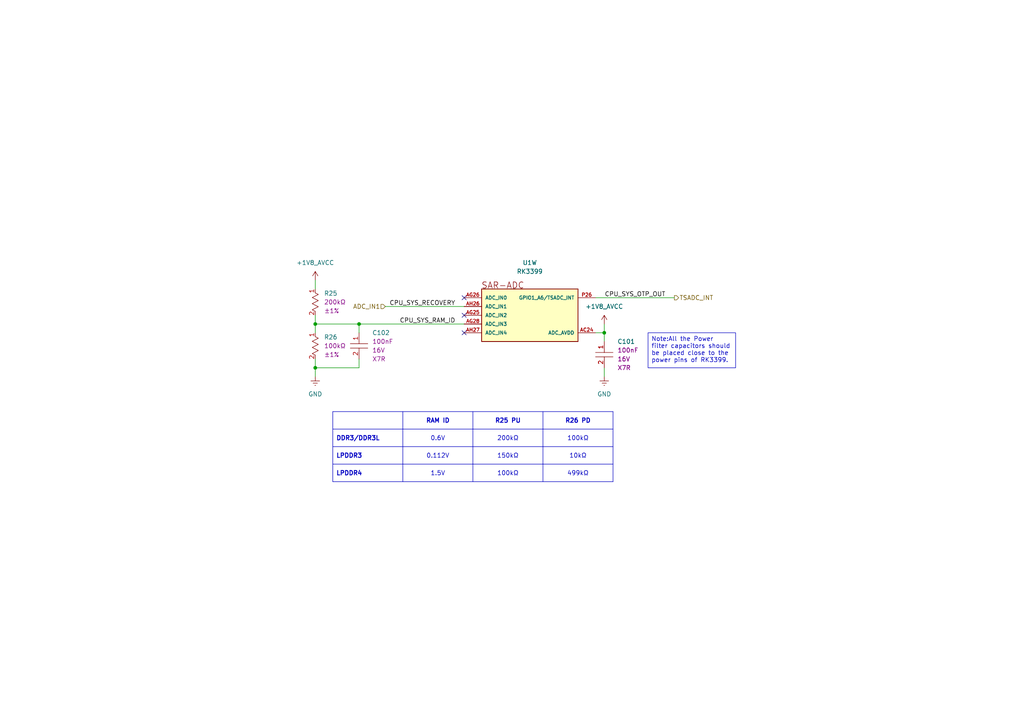
<source format=kicad_sch>
(kicad_sch (version 20250114) (generator "eeschema") (generator_version "9.0")
  (paper "A4")
  (title_block (title "CPU-RK3399 SAR-ADC Controller") (date "2026-01-14") (rev "1.0.0") (company "TickLab") (comment 1 "Project: VESA-SBC3399"))
  (lib_symbols
    (symbol "component_library:Capacitors/CL05B104KO5NNNC"
      (property "Reference" "C" (at 1.27 -1.27 0))
      (property "Capacitance" "100nF" (at 0 0 0))
      (property "Voltage - Rated" "16V" (at 0 0 0))
      (property "Temperature Coefficient" "X7R" (at 0 0 0))
      (symbol "Capacitors/CL05B104KO5NNNC_1_1"
        (pin passive line (at 0 0 270) (length 3.175) (name "") (number "1"))
        (pin passive line (at 0 -7.62 90) (length 3.175) (name "") (number "2"))
      )
    )
    (symbol "component_library:Resistors/0402WGF1003TCE"
      (property "Reference" "R" (at 1.27 2.54 0))
      (property "Resistance" "100kΩ" (at 0 0 0))
      (property "Tolerance" "±1%" (at 0 0 0))
      (symbol "Resistors/0402WGF1003TCE_1_1"
        (pin passive line (at 0 0 0) (length 1.143) (name "") (number "1"))
        (pin passive line (at 7.62 0 180) (length 1.143) (name "") (number "2"))
      )
    )
    (symbol "component_library:Resistors/0402WGF2003TCE"
      (property "Reference" "R" (at 1.27 2.54 0))
      (property "Resistance" "200kΩ" (at 0 0 0))
      (property "Tolerance" "±1%" (at 0 0 0))
      (symbol "Resistors/0402WGF2003TCE_1_1"
        (pin passive line (at 0 0 0) (length 1.143) (name "") (number "1"))
        (pin passive line (at 7.62 0 180) (length 1.143) (name "") (number "2"))
      )
    )
    (symbol "component_library:System On Chip (SoC)/RK3399" (pin_names (offset 1.016))
      (property "Reference" "U" (at -22.86 119.38 0))
      (property "Value" "RK3399" (at -18.4683 -124.354 0))
      (symbol "System On Chip (SoC)/RK3399_1_0"
        (text "Internal Logic Ground and Digital IO Ground" (at -30.48 116.84 0) (effects (font (size 1.7823 1.7823)) (justify left bottom)))
        (pin power_in line (at -20.32 114.3 0) (length 5.08) (name "VSS_1") (number "A1"))
        (pin power_in line (at -20.32 111.76 0) (length 5.08) (name "VSS_2") (number "A27"))
        (pin power_in line (at -20.32 109.22 0) (length 5.08) (name "VSS_3") (number "A31"))
        (pin power_in line (at -20.32 106.68 0) (length 5.08) (name "VSS_4") (number "AA3"))
        (pin power_in line (at -20.32 104.14 0) (length 5.08) (name "VSS_5") (number "AA5"))
        (pin power_in line (at -20.32 101.6 0) (length 5.08) (name "VSS_6") (number "AA9"))
        (pin power_in line (at -20.32 99.06 0) (length 5.08) (name "VSS_7") (number "AF18"))
        (pin power_in line (at -20.32 96.52 0) (length 5.08) (name "VSS_8") (number "Y3"))
        (pin power_in line (at -20.32 93.98 0) (length 5.08) (name "VSS_9") (number "AB9"))
        (pin power_in line (at -20.32 91.44 0) (length 5.08) (name "VSS_10") (number "AF20"))
        (pin power_in line (at -20.32 88.9 0) (length 5.08) (name "VSS_11") (number "AD22"))
        (pin power_in line (at -20.32 86.36 0) (length 5.08) (name "VSS_12") (number "AC22"))
        (pin power_in line (at -20.32 83.82 0) (length 5.08) (name "VSS_13") (number "AC20"))
        (pin power_in line (at -20.32 81.28 0) (length 5.08) (name "VSS_14") (number "AE23"))
        (pin power_in line (at -20.32 78.74 0) (length 5.08) (name "VSS_15") (number "Y10"))
        (pin power_in line (at -20.32 76.2 0) (length 5.08) (name "VSS_16") (number "AC3"))
        (pin power_in line (at -20.32 73.66 0) (length 5.08) (name "VSS_17") (number "AD3"))
        (pin power_in line (at -20.32 71.12 0) (length 5.08) (name "VSS_18") (number "AD5"))
        (pin power_in line (at -20.32 68.58 0) (length 5.08) (name "VSS_19") (number "AD10"))
        (pin power_in line (at -20.32 66.04 0) (length 5.08) (name "VSS_20") (number "AF9"))
        (pin power_in line (at -20.32 63.5 0) (length 5.08) (name "VSS_21") (number "AG2"))
        (pin power_in line (at -20.32 60.96 0) (length 5.08) (name "VSS_22") (number "AJ5"))
        (pin power_in line (at -20.32 58.42 0) (length 5.08) (name "VSS_23") (number "AL1"))
        (pin power_in line (at -20.32 55.88 0) (length 5.08) (name "VSS_24") (number "B5"))
        (pin power_in line (at -20.32 53.34 0) (length 5.08) (name "VSS_25") (number "C8"))
        (pin power_in line (at -20.32 50.8 0) (length 5.08) (name "VSS_26") (number "C9"))
        (pin power_in line (at -20.32 48.26 0) (length 5.08) (name "VSS_27") (number "C11"))
        (pin power_in line (at -20.32 45.72 0) (length 5.08) (name "VSS_28") (number "C12"))
        (pin power_in line (at -20.32 43.18 0) (length 5.08) (name "VSS_29") (number "C14"))
        (pin power_in line (at -20.32 40.64 0) (length 5.08) (name "VSS_30") (number "C15"))
        (pin power_in line (at -20.32 38.1 0) (length 5.08) (name "VSS_31") (number "C17"))
        (pin power_in line (at -20.32 35.56 0) (length 5.08) (name "VSS_32") (number "C18"))
        (pin power_in line (at -20.32 33.02 0) (length 5.08) (name "VSS_33") (number "C20"))
        (pin power_in line (at -20.32 30.48 0) (length 5.08) (name "VSS_34") (number "C21"))
        (pin power_in line (at -20.32 27.94 0) (length 5.08) (name "VSS_35") (number "C23"))
        (pin power_in line (at -20.32 25.4 0) (length 5.08) (name "VSS_36") (number "C24"))
        (pin power_in line (at -20.32 22.86 0) (length 5.08) (name "VSS_37") (number "C26"))
        (pin power_in line (at -20.32 20.32 0) (length 5.08) (name "VSS_38") (number "D5"))
        (pin power_in line (at -20.32 17.78 0) (length 5.08) (name "VSS_39") (number "E2"))
        (pin power_in line (at -20.32 15.24 0) (length 5.08) (name "VSS_40") (number "E4"))
        (pin power_in line (at -20.32 12.7 0) (length 5.08) (name "VSS_41") (number "E7"))
        (pin power_in line (at -20.32 10.16 0) (length 5.08) (name "VSS_42") (number "E12"))
        (pin power_in line (at -20.32 7.62 0) (length 5.08) (name "VSS_43") (number "E15"))
        (pin power_in line (at -20.32 5.08 0) (length 5.08) (name "VSS_44") (number "E18"))
        (pin power_in line (at -20.32 2.54 0) (length 5.08) (name "VSS_45") (number "E21"))
        (pin power_in line (at -20.32 0 0) (length 5.08) (name "VSS_46") (number "E24"))
        (pin power_in line (at -20.32 -2.54 0) (length 5.08) (name "VSS_47") (number "E31"))
        (pin power_in line (at -20.32 -5.08 0) (length 5.08) (name "VSS_48") (number "F8"))
        (pin power_in line (at -20.32 -7.62 0) (length 5.08) (name "VSS_49") (number "F15"))
        (pin power_in line (at -20.32 -10.16 0) (length 5.08) (name "VSS_50") (number "F18"))
        (pin power_in line (at -20.32 -12.7 0) (length 5.08) (name "VSS_51") (number "F20"))
        (pin power_in line (at -20.32 -15.24 0) (length 5.08) (name "VSS_52") (number "F21"))
        (pin power_in line (at -20.32 -17.78 0) (length 5.08) (name "VSS_53") (number "G5"))
        (pin power_in line (at -20.32 -20.32 0) (length 5.08) (name "VSS_54") (number "G9"))
        (pin power_in line (at -20.32 -22.86 0) (length 5.08) (name "VSS_55") (number "G18"))
        (pin power_in line (at -20.32 -25.4 0) (length 5.08) (name "VSS_56") (number "G27"))
        (pin power_in line (at -20.32 -27.94 0) (length 5.08) (name "VSS_57") (number "H3"))
        (pin power_in line (at -20.32 -30.48 0) (length 5.08) (name "VSS_58") (number "H9"))
        (pin power_in line (at -20.32 -33.02 0) (length 5.08) (name "VSS_59") (number "H10"))
        (pin power_in line (at -20.32 -35.56 0) (length 5.08) (name "VSS_60") (number "H11"))
        (pin power_in line (at -20.32 -38.1 0) (length 5.08) (name "VSS_61") (number "H12"))
        (pin power_in line (at -20.32 -40.64 0) (length 5.08) (name "VSS_62") (number "H13"))
        (pin power_in line (at -20.32 -43.18 0) (length 5.08) (name "VSS_63") (number "H15"))
        (pin power_in line (at -20.32 -45.72 0) (length 5.08) (name "VSS_64") (number "H16"))
        (pin power_in line (at -20.32 -48.26 0) (length 5.08) (name "VSS_65") (number "H17"))
        (pin power_in line (at -20.32 -50.8 0) (length 5.08) (name "VSS_66") (number "H18"))
        (pin power_in line (at -20.32 -53.34 0) (length 5.08) (name "VSS_67") (number "H26"))
        (pin power_in line (at -20.32 -55.88 0) (length 5.08) (name "VSS_68") (number "J3"))
        (pin power_in line (at -20.32 -58.42 0) (length 5.08) (name "VSS_69") (number "J6"))
        (pin power_in line (at -20.32 -60.96 0) (length 5.08) (name "VSS_70") (number "J7"))
        (pin power_in line (at -20.32 -63.5 0) (length 5.08) (name "VSS_71") (number "J8"))
        (pin power_in line (at -20.32 -66.04 0) (length 5.08) (name "VSS_72") (number "J9"))
        (pin power_in line (at -20.32 -68.58 0) (length 5.08) (name "VSS_73") (number "J10"))
        (pin power_in line (at -20.32 -71.12 0) (length 5.08) (name "VSS_74") (number "K8"))
        (pin power_in line (at -20.32 -73.66 0) (length 5.08) (name "VSS_75") (number "K9"))
        (pin power_in line (at -20.32 -76.2 0) (length 5.08) (name "VSS_76") (number "K10"))
        (pin power_in line (at -20.32 -78.74 0) (length 5.08) (name "VSS_77") (number "K12"))
        (pin power_in line (at -20.32 -81.28 0) (length 5.08) (name "VSS_78") (number "K14"))
        (pin power_in line (at -20.32 -83.82 0) (length 5.08) (name "VSS_79") (number "K16"))
        (pin power_in line (at -20.32 -86.36 0) (length 5.08) (name "VSS_80") (number "K18"))
        (pin power_in line (at -20.32 -88.9 0) (length 5.08) (name "VSS_81") (number "W21"))
        (pin power_in line (at -20.32 -91.44 0) (length 5.08) (name "VSS_82") (number "K20"))
        (pin power_in line (at -20.32 -93.98 0) (length 5.08) (name "VSS_83") (number "N19"))
        (pin power_in line (at -20.32 -96.52 0) (length 5.08) (name "VSS_84") (number "K22"))
        (pin power_in line (at -20.32 -99.06 0) (length 5.08) (name "VSS_85") (number "L3"))
        (pin power_in line (at -20.32 -101.6 0) (length 5.08) (name "VSS_86") (number "L6"))
        (pin power_in line (at -20.32 -104.14 0) (length 5.08) (name "VSS_87") (number "L8"))
        (pin power_in line (at -20.32 -106.68 0) (length 5.08) (name "VSS_88") (number "L11"))
        (pin power_in line (at -20.32 -109.22 0) (length 5.08) (name "VSS_89") (number "L12"))
        (pin power_in line (at -20.32 -111.76 0) (length 5.08) (name "VSS_90") (number "L13"))
        (pin power_in line (at 20.32 114.3 180) (length 5.08) (name "VSS_91") (number "L14"))
        (pin power_in line (at 20.32 111.76 180) (length 5.08) (name "VSS_92") (number "L15"))
        (pin power_in line (at 20.32 109.22 180) (length 5.08) (name "VSS_93") (number "L16"))
        (pin power_in line (at 20.32 106.68 180) (length 5.08) (name "VSS_94") (number "N17"))
        (pin power_in line (at 20.32 104.14 180) (length 5.08) (name "VSS_95") (number "Y17"))
        (pin power_in line (at 20.32 101.6 180) (length 5.08) (name "VSS_96") (number "L20"))
        (pin power_in line (at 20.32 99.06 180) (length 5.08) (name "VSS_97") (number "L22"))
        (pin power_in line (at 20.32 96.52 180) (length 5.08) (name "VSS_98") (number "N21"))
        (pin power_in line (at 20.32 93.98 180) (length 5.08) (name "VSS_99") (number "L27"))
        (pin power_in line (at 20.32 91.44 180) (length 5.08) (name "VSS_100") (number "M3"))
        (pin power_in line (at 20.32 88.9 180) (length 5.08) (name "VSS_101") (number "M8"))
        (pin power_in line (at 20.32 86.36 180) (length 5.08) (name "VSS_102") (number "M10"))
        (pin power_in line (at 20.32 83.82 180) (length 5.08) (name "VSS_103") (number "M16"))
        (pin power_in line (at 20.32 81.28 180) (length 5.08) (name "VSS_104") (number "M23"))
        (pin power_in line (at 20.32 78.74 180) (length 5.08) (name "VSS_105") (number "N8"))
        (pin power_in line (at 20.32 76.2 180) (length 5.08) (name "VSS_106") (number "P11"))
        (pin power_in line (at 20.32 73.66 180) (length 5.08) (name "VSS_107") (number "P12"))
        (pin power_in line (at 20.32 71.12 180) (length 5.08) (name "VSS_108") (number "N13"))
        (pin power_in line (at 20.32 68.58 180) (length 5.08) (name "VSS_109") (number "N14"))
        (pin power_in line (at 20.32 66.04 180) (length 5.08) (name "VSS_110") (number "N15"))
        (pin power_in line (at 20.32 63.5 180) (length 5.08) (name "VSS_111") (number "N16"))
        (pin power_in line (at 20.32 60.96 180) (length 5.08) (name "VSS_112") (number "P3"))
        (pin power_in line (at 20.32 58.42 180) (length 5.08) (name "VSS_113") (number "P6"))
        (pin power_in line (at 20.32 55.88 180) (length 5.08) (name "VSS_114") (number "P7"))
        (pin power_in line (at 20.32 53.34 180) (length 5.08) (name "VSS_115") (number "P8"))
        (pin power_in line (at 20.32 50.8 180) (length 5.08) (name "VSS_116") (number "P10"))
        (pin power_in line (at 20.32 48.26 180) (length 5.08) (name "VSS_117") (number "P16"))
        (pin power_in line (at 20.32 45.72 180) (length 5.08) (name "VSS_118") (number "Y16"))
        (pin power_in line (at 20.32 43.18 180) (length 5.08) (name "VSS_119") (number "P19"))
        (pin power_in line (at 20.32 40.64 180) (length 5.08) (name "VSS_120") (number "R21"))
        (pin power_in line (at 20.32 38.1 180) (length 5.08) (name "VSS_121") (number "P21"))
        (pin power_in line (at 20.32 35.56 180) (length 5.08) (name "VSS_122") (number "T19"))
        (pin power_in line (at 20.32 33.02 180) (length 5.08) (name "VSS_123") (number "R3"))
        (pin power_in line (at 20.32 30.48 180) (length 5.08) (name "VSS_124") (number "R5"))
        (pin power_in line (at 20.32 27.94 180) (length 5.08) (name "VSS_125") (number "R6"))
        (pin power_in line (at 20.32 25.4 180) (length 5.08) (name "VSS_126") (number "U11"))
        (pin power_in line (at 20.32 22.86 180) (length 5.08) (name "VSS_127") (number "U12"))
        (pin power_in line (at 20.32 20.32 180) (length 5.08) (name "VSS_128") (number "W13"))
        (pin power_in line (at 20.32 17.78 180) (length 5.08) (name "VSS_129") (number "R14"))
        (pin power_in line (at 20.32 15.24 180) (length 5.08) (name "VSS_130") (number "R15"))
        (pin power_in line (at 20.32 12.7 180) (length 5.08) (name "VSS_131") (number "R16"))
        (pin power_in line (at 20.32 10.16 180) (length 5.08) (name "VSS_132") (number "AC21"))
        (pin power_in line (at 20.32 7.62 180) (length 5.08) (name "VSS_133") (number "R23"))
        (pin power_in line (at 20.32 5.08 180) (length 5.08) (name "VSS_134") (number "T8"))
        (pin power_in line (at 20.32 2.54 180) (length 5.08) (name "VSS_135") (number "T10"))
        (pin power_in line (at 20.32 0 180) (length 5.08) (name "VSS_136") (number "Y12"))
        (pin power_in line (at 20.32 -2.54 180) (length 5.08) (name "VSS_137") (number "U14"))
        (pin power_in line (at 20.32 -5.08 180) (length 5.08) (name "VSS_138") (number "T16"))
        (pin power_in line (at 20.32 -7.62 180) (length 5.08) (name "VSS_139") (number "T21"))
        (pin power_in line (at 20.32 -10.16 180) (length 5.08) (name "VSS_140") (number "AB19"))
        (pin power_in line (at 20.32 -12.7 180) (length 5.08) (name "VSS_141") (number "U3"))
        (pin power_in line (at 20.32 -15.24 180) (length 5.08) (name "VSS_142") (number "U8"))
        (pin power_in line (at 20.32 -17.78 180) (length 5.08) (name "VSS_143") (number "U15"))
        (pin power_in line (at 20.32 -20.32 180) (length 5.08) (name "VSS_144") (number "U16"))
        (pin power_in line (at 20.32 -22.86 180) (length 5.08) (name "VSS_145") (number "AC18"))
        (pin power_in line (at 20.32 -25.4 180) (length 5.08) (name "VSS_146") (number "U19"))
        (pin power_in line (at 20.32 -27.94 180) (length 5.08) (name "VSS_147") (number "U21"))
        (pin power_in line (at 20.32 -30.48 180) (length 5.08) (name "VSS_148") (number "V17"))
        (pin power_in line (at 20.32 -33.02 180) (length 5.08) (name "VSS_149") (number "U22"))
        (pin power_in line (at 20.32 -35.56 180) (length 5.08) (name "VSS_150") (number "U29"))
        (pin power_in line (at 20.32 -38.1 180) (length 5.08) (name "VSS_151") (number "V3"))
        (pin power_in line (at 20.32 -40.64 180) (length 5.08) (name "VSS_152") (number "V5"))
        (pin power_in line (at 20.32 -43.18 180) (length 5.08) (name "VSS_153") (number "V8"))
        (pin power_in line (at 20.32 -45.72 180) (length 5.08) (name "VSS_154") (number "V10"))
        (pin power_in line (at 20.32 -48.26 180) (length 5.08) (name "VSS_155") (number "Y11"))
        (pin power_in line (at 20.32 -50.8 180) (length 5.08) (name "VSS_156") (number "Y14"))
        (pin power_in line (at 20.32 -53.34 180) (length 5.08) (name "VSS_157") (number "Y15"))
        (pin power_in line (at 20.32 -55.88 180) (length 5.08) (name "VSS_158") (number "W22"))
        (pin power_in line (at 20.32 -58.42 180) (length 5.08) (name "VSS_159") (number "W17"))
        (pin power_in line (at 20.32 -60.96 180) (length 5.08) (name "VSS_160") (number "W30"))
        (pin power_in line (at 20.32 -63.5 180) (length 5.08) (name "VSS_161") (number "W8"))
        (pin power_in line (at 20.32 -66.04 180) (length 5.08) (name "VSS_162") (number "W9"))
        (pin power_in line (at 20.32 -68.58 180) (length 5.08) (name "VSS_163") (number "AD21"))
        (pin power_in line (at 20.32 -71.12 180) (length 5.08) (name "VSS_164") (number "Y13"))
        (pin power_in line (at 20.32 -73.66 180) (length 5.08) (name "VSS_165") (number "R18"))
        (pin power_in line (at 20.32 -76.2 180) (length 5.08) (name "VSS_166") (number "Y9"))
        (pin power_in line (at 20.32 -78.74 180) (length 5.08) (name "VSS_167") (number "W19"))
        (pin power_in line (at 20.32 -81.28 180) (length 5.08) (name "VSS_168") (number "T18"))
        (pin power_in line (at 20.32 -83.82 180) (length 5.08) (name "VSS_169") (number "W18"))
        (pin power_in line (at 20.32 -86.36 180) (length 5.08) (name "VSS_170") (number "Y20"))
        (pin power_in line (at 20.32 -88.9 180) (length 5.08) (name "VSS_171") (number "AJ28"))
        (pin power_in line (at 20.32 -91.44 180) (length 5.08) (name "VSS_172") (number "AJ21"))
        (pin power_in line (at 20.32 -93.98 180) (length 5.08) (name "VSS_173") (number "AJ23"))
        (pin power_in line (at 20.32 -96.52 180) (length 5.08) (name "VSS_174") (number "AJ24"))
        (pin power_in line (at 20.32 -99.06 180) (length 5.08) (name "VSS_175") (number "AJ26"))
        (pin power_in line (at 20.32 -101.6 180) (length 5.08) (name "VSS_176") (number "AJ27"))
        (pin power_in line (at 20.32 -104.14 180) (length 5.08) (name "VSS_177") (number "AA13"))
        (pin power_in line (at 20.32 -106.68 180) (length 5.08) (name "VSS_178") (number "AL31"))
        (pin power_in line (at 20.32 -109.22 180) (length 5.08) (name "VSS_179") (number "AA10"))
        (pin power_in line (at 20.32 -111.76 180) (length 5.08) (name "VSS_180") (number "AJ20"))
      )
      (symbol "System On Chip (SoC)/RK3399_2_0"
        (text "Analog Ground" (at -15.3236 48.4013 0) (effects (font (size 1.784 1.784)) (justify left bottom)))
        (pin power_in line (at -20.32 43.18 0) (length 5.08) (name "AVSS_1") (number "Y23"))
        (pin power_in line (at -20.32 40.64 0) (length 5.08) (name "AVSS_2") (number "AF23"))
        (pin power_in line (at -20.32 38.1 0) (length 5.08) (name "AVSS_3") (number "AF24"))
        (pin power_in line (at -20.32 35.56 0) (length 5.08) (name "AVSS_4") (number "AA23"))
        (pin power_in line (at -20.32 33.02 0) (length 5.08) (name "AVSS_5") (number "AB23"))
        (pin power_in line (at -20.32 30.48 0) (length 5.08) (name "AVSS_6") (number "AA26"))
        (pin power_in line (at -20.32 27.94 0) (length 5.08) (name "AVSS_7") (number "AA29"))
        (pin power_in line (at -20.32 25.4 0) (length 5.08) (name "AVSS_8") (number "AB11"))
        (pin power_in line (at -20.32 22.86 0) (length 5.08) (name "AVSS_9") (number "AB13"))
        (pin power_in line (at -20.32 20.32 0) (length 5.08) (name "AVSS_10") (number "AC15"))
        (pin power_in line (at -20.32 17.78 0) (length 5.08) (name "AVSS_11") (number "AD13"))
        (pin power_in line (at -20.32 15.24 0) (length 5.08) (name "AVSS_12") (number "AB10"))
        (pin power_in line (at -20.32 12.7 0) (length 5.08) (name "AVSS_13") (number "AA11"))
        (pin power_in line (at -20.32 10.16 0) (length 5.08) (name "AVSS_14") (number "AC26"))
        (pin power_in line (at -20.32 7.62 0) (length 5.08) (name "AVSS_15") (number "AC29"))
        (pin power_in line (at -20.32 5.08 0) (length 5.08) (name "AVSS_16") (number "AD17"))
        (pin power_in line (at -20.32 2.54 0) (length 5.08) (name "AVSS_17") (number "AA12"))
        (pin power_in line (at -20.32 0 0) (length 5.08) (name "AVSS_18") (number "AC16"))
        (pin power_in line (at -20.32 -2.54 0) (length 5.08) (name "AVSS_19") (number "AC23"))
        (pin power_in line (at -20.32 -5.08 0) (length 5.08) (name "AVSS_20") (number "AD29"))
        (pin power_in line (at -20.32 -7.62 0) (length 5.08) (name "AVSS_21") (number "AE11"))
        (pin power_in line (at -20.32 -10.16 0) (length 5.08) (name "AVSS_22") (number "AE12"))
        (pin power_in line (at -20.32 -12.7 0) (length 5.08) (name "AVSS_23") (number "AE14"))
        (pin power_in line (at -20.32 -15.24 0) (length 5.08) (name "AVSS_24") (number "AE17"))
        (pin power_in line (at -20.32 -17.78 0) (length 5.08) (name "AVSS_25") (number "AE27"))
        (pin power_in line (at -20.32 -20.32 0) (length 5.08) (name "AVSS_26") (number "AA14"))
        (pin power_in line (at -20.32 -22.86 0) (length 5.08) (name "AVSS_27") (number "AF17"))
        (pin power_in line (at -20.32 -25.4 0) (length 5.08) (name "AVSS_28") (number "AF29"))
        (pin power_in line (at -20.32 -27.94 0) (length 5.08) (name "AVSS_29") (number "AG29"))
        (pin power_in line (at -20.32 -30.48 0) (length 5.08) (name "AVSS_30") (number "AH29"))
        (pin power_in line (at -20.32 -33.02 0) (length 5.08) (name "AVSS_31") (number "AJ6"))
        (pin power_in line (at -20.32 -35.56 0) (length 5.08) (name "AVSS_32") (number "AJ8"))
        (pin power_in line (at -20.32 -38.1 0) (length 5.08) (name "AVSS_33") (number "AJ9"))
        (pin power_in line (at -20.32 -40.64 0) (length 5.08) (name "AVSS_34") (number "AJ11"))
        (pin power_in line (at -20.32 -43.18 0) (length 5.08) (name "AVSS_35") (number "AJ12"))
        (pin power_in line (at 20.32 43.18 180) (length 5.08) (name "AVSS_36") (number "AJ14"))
        (pin power_in line (at 20.32 40.64 180) (length 5.08) (name "AVSS_37") (number "AJ15"))
        (pin power_in line (at 20.32 38.1 180) (length 5.08) (name "AVSS_38") (number "AJ17"))
        (pin power_in line (at 20.32 35.56 180) (length 5.08) (name "AVSS_39") (number "AJ18"))
        (pin power_in line (at 20.32 33.02 180) (length 5.08) (name "AVSS_40") (number "AD26"))
        (pin power_in line (at 20.32 30.48 180) (length 5.08) (name "AVSS_41") (number "AB16"))
        (pin power_in line (at 20.32 27.94 180) (length 5.08) (name "AVSS_42") (number "AB15"))
        (pin power_in line (at 20.32 25.4 180) (length 5.08) (name "AVSS_43") (number "AC17"))
        (pin power_in line (at 20.32 22.86 180) (length 5.08) (name "AVSS_44") (number "AC11"))
        (pin power_in line (at 20.32 20.32 180) (length 5.08) (name "AVSS_45") (number "AC13"))
        (pin power_in line (at 20.32 17.78 180) (length 5.08) (name "AVSS_46") (number "W23"))
        (pin power_in line (at 20.32 15.24 180) (length 5.08) (name "AVSS_47") (number "AJ29"))
        (pin power_in line (at 20.32 12.7 180) (length 5.08) (name "AVSS_48") (number "Y29"))
        (pin power_in line (at 20.32 10.16 180) (length 5.08) (name "AVSS_49") (number "U23"))
        (pin power_in line (at 20.32 7.62 180) (length 5.08) (name "AVSS_50") (number "V23"))
        (pin power_in line (at 20.32 5.08 180) (length 5.08) (name "AVSS_51") (number "AC25"))
        (pin power_in line (at 20.32 2.54 180) (length 5.08) (name "AVSS_52") (number "AB17"))
        (pin power_in line (at 20.32 0 180) (length 5.08) (name "AVSS_53") (number "AA15"))
        (pin power_in line (at 20.32 -7.62 180) (length 5.08) (name "EDP_AVSS_1") (number "B31"))
        (pin power_in line (at 20.32 -10.16 180) (length 5.08) (name "EDP_AVSS_2") (number "C28"))
        (pin power_in line (at 20.32 -12.7 180) (length 5.08) (name "EDP_AVSS_3") (number "C29"))
        (pin power_in line (at 20.32 -15.24 180) (length 5.08) (name "EDP_AVSS_4") (number "D29"))
        (pin power_in line (at 20.32 -17.78 180) (length 5.08) (name "EDP_AVSS_5") (number "H19"))
        (pin power_in line (at 20.32 -20.32 180) (length 5.08) (name "EDP_AVSS_6") (number "J21"))
        (pin power_in line (at 20.32 -30.48 180) (length 5.08) (name "PLL_AVSS") (number "P17"))
      )
      (symbol "System On Chip (SoC)/RK3399_3_0"
        (text "Internal Center Logic Power" (at -17.78 7.62 0) (effects (font (size 1.7808 1.7808)) (justify left bottom)))
        (pin power_in line (at -25.4 5.08 0) (length 5.08) (name "CENTERLOGIC_VDD_1") (number "M11"))
        (pin power_in line (at -25.4 2.54 0) (length 5.08) (name "CENTERLOGIC_VDD_2") (number "M12"))
        (pin power_in line (at -25.4 0 0) (length 5.08) (name "CENTERLOGIC_VDD_3") (number "M13"))
        (pin power_in line (at -25.4 -2.54 0) (length 5.08) (name "CENTERLOGIC_VDD_4") (number "M14"))
        (pin power_in line (at -25.4 -5.08 0) (length 5.08) (name "CENTERLOGIC_VDD_5") (number "M15"))
        (pin power_in line (at 25.4 5.08 180) (length 5.08) (name "CENTERLOGIC_VDD_6") (number "N11"))
        (pin power_in line (at 25.4 2.54 180) (length 5.08) (name "CENTERLOGIC_VDD_7") (number "N12"))
        (pin power_in line (at 25.4 0 180) (length 5.08) (name "CENTERLOGIC_VDD_8") (number "P13"))
        (pin power_in line (at 25.4 -2.54 180) (length 5.08) (name "CENTERLOGIC_VDD_9") (number "P14"))
        (pin power_in line (at 25.4 -5.08 180) (length 5.08) (name "CENTERLOGIC_VDD_10") (number "P15"))
      )
      (symbol "System On Chip (SoC)/RK3399_4_0"
        (text "Internal GPU Power" (at -15.3324 15.3417 0) (effects (font (size 1.7843 1.7843)) (justify left bottom)))
        (pin power_in line (at -20.32 12.7 0) (length 5.08) (name "GPU_VDD_1") (number "W11"))
        (pin power_in line (at -20.32 10.16 0) (length 5.08) (name "GPU_VDD_2") (number "W12"))
        (pin power_in line (at -20.32 7.62 0) (length 5.08) (name "GPU_VDD_3") (number "W14"))
        (pin power_in line (at -20.32 5.08 0) (length 5.08) (name "GPU_VDD_4") (number "V15"))
        (pin power_in line (at -20.32 2.54 0) (length 5.08) (name "GPU_VDD_5") (number "V14"))
        (pin power_in line (at -20.32 0 0) (length 5.08) (name "GPU_VDD_6") (number "V13"))
        (pin power_in line (at -20.32 -2.54 0) (length 5.08) (name "GPU_VDD_7") (number "U13"))
        (pin power_in line (at -20.32 -5.08 0) (length 5.08) (name "GPU_VDD_8") (number "R11"))
        (pin power_in line (at -20.32 -7.62 0) (length 5.08) (name "GPU_VDD_9") (number "R12"))
        (pin power_in line (at -20.32 -10.16 0) (length 5.08) (name "GPU_VDD_10") (number "T11"))
        (pin power_in line (at 20.32 12.7 180) (length 5.08) (name "GPU_VDD_11") (number "T12"))
        (pin power_in line (at 20.32 10.16 180) (length 5.08) (name "GPU_VDD_12") (number "T13"))
        (pin power_in line (at 20.32 7.62 180) (length 5.08) (name "GPU_VDD_13") (number "R13"))
        (pin power_in line (at 20.32 5.08 180) (length 5.08) (name "GPU_VDD_14") (number "T14"))
        (pin power_in line (at 20.32 2.54 180) (length 5.08) (name "GPU_VDD_15") (number "V11"))
        (pin power_in line (at 20.32 0 180) (length 5.08) (name "GPU_VDD_16") (number "V12"))
        (pin power_in line (at 20.32 -2.54 180) (length 5.08) (name "GPU_VDD_17") (number "V16"))
        (pin power_in line (at 20.32 -5.08 180) (length 5.08) (name "GPU_VDD_18") (number "W16"))
        (pin power_in line (at 20.32 -7.62 180) (length 5.08) (name "GPU_VDD_19") (number "W15"))
        (pin power_in line (at 20.32 -10.16 180) (length 5.08) (name "GPU_VDD_20") (number "W10"))
        (pin power_out line (at 20.32 -12.7 180) (length 5.08) (name "GPU_VDD_COM") (number "T15"))
      )
      (symbol "System On Chip (SoC)/RK3399_5_0"
        (text "Internal BIG CPU A72 Power" (at -17.78 10.16 0) (effects (font (size 1.7837 1.7837)) (justify left bottom)))
        (pin power_in line (at -20.32 7.62 0) (length 5.08) (name "BIGCPU_VDD_1") (number "L19"))
        (pin power_in line (at -20.32 5.08 0) (length 5.08) (name "BIGCPU_VDD_2") (number "L21"))
        (pin power_in line (at -20.32 2.54 0) (length 5.08) (name "BIGCPU_VDD_3") (number "M18"))
        (pin power_in line (at -20.32 0 0) (length 5.08) (name "BIGCPU_VDD_4") (number "M19"))
        (pin power_in line (at -20.32 -2.54 0) (length 5.08) (name "BIGCPU_VDD_5") (number "M20"))
        (pin power_in line (at -20.32 -5.08 0) (length 5.08) (name "BIGCPU_VDD_6") (number "M21"))
        (pin power_in line (at -20.32 -7.62 0) (length 5.08) (name "BIGCPU_VDD_7") (number "M22"))
        (pin power_in line (at 20.32 7.62 180) (length 5.08) (name "BIGCPU_VDD_8") (number "L18"))
        (pin power_in line (at 20.32 5.08 180) (length 5.08) (name "BIGCPU_VDD_9") (number "N22"))
        (pin power_in line (at 20.32 2.54 180) (length 5.08) (name "BIGCPU_VDD_10") (number "N20"))
        (pin power_in line (at 20.32 0 180) (length 5.08) (name "BIGCPU_VDD_11") (number "L23"))
        (pin power_in line (at 20.32 -2.54 180) (length 5.08) (name "BIGCPU_VDD_12") (number "K19"))
        (pin power_in line (at 20.32 -5.08 180) (length 5.08) (name "BIGCPU_VDD_13") (number "K21"))
        (pin power_out line (at 20.32 -7.62 180) (length 5.08) (name "BIGCPU_VDD_COM") (number "N18"))
      )
      (symbol "System On Chip (SoC)/RK3399_6_0"
        (text "Internal Logic Power" (at -15.24 10.16 0) (effects (font (size 1.7838 1.7838)) (justify left bottom)))
        (pin power_in line (at -20.32 7.62 0) (length 5.08) (name "LOGIC_VDD_1") (number "V22"))
        (pin power_in line (at -20.32 5.08 0) (length 5.08) (name "LOGIC_VDD_2") (number "V21"))
        (pin power_in line (at -20.32 2.54 0) (length 5.08) (name "LOGIC_VDD_3") (number "V20"))
        (pin power_in line (at -20.32 0 0) (length 5.08) (name "LOGIC_VDD_4") (number "V19"))
        (pin power_in line (at -20.32 -2.54 0) (length 5.08) (name "LOGIC_VDD_5") (number "V18"))
        (pin power_in line (at -20.32 -5.08 0) (length 5.08) (name "LOGIC_VDD_6") (number "W20"))
        (pin power_in line (at 20.32 7.62 180) (length 5.08) (name "LOGIC_VDD_7") (number "U18"))
        (pin power_in line (at 20.32 5.08 180) (length 5.08) (name "LOGIC_VDD_8") (number "U17"))
        (pin power_in line (at 20.32 2.54 180) (length 5.08) (name "LOGIC_VDD_9") (number "M17"))
        (pin power_in line (at 20.32 0 180) (length 5.08) (name "LOGIC_VDD_10") (number "L17"))
        (pin power_in line (at 20.32 -2.54 180) (length 5.08) (name "LOGIC_VDD_11") (number "T17"))
        (pin power_in line (at 20.32 -5.08 180) (length 5.08) (name "LOGIC_VDD_12") (number "U20"))
      )
      (symbol "System On Chip (SoC)/RK3399_7_0"
        (text "Internal LITTLE CPU A53 Power" (at -20.4095 5.1351 0) (effects (font (size 1.7835 1.7835)) (justify left bottom)))
        (pin power_in line (at -20.32 2.54 0) (length 5.08) (name "LITCPU_VDD_1") (number "P20"))
        (pin power_in line (at -20.32 0 0) (length 5.08) (name "LITCPU_VDD_2") (number "R19"))
        (pin power_in line (at -20.32 -2.54 0) (length 5.08) (name "LITCPU_VDD_3") (number "R20"))
        (pin power_in line (at -20.32 -5.08 0) (length 5.08) (name "LITCPU_VDD_4") (number "P22"))
        (pin power_in line (at 20.32 2.54 180) (length 5.08) (name "LITCPU_VDD_5") (number "T22"))
        (pin power_in line (at 20.32 0 180) (length 5.08) (name "LITCPU_VDD_6") (number "T20"))
        (pin power_in line (at 20.32 -2.54 180) (length 5.08) (name "LITCPU_VDD_7") (number "R22"))
      )
      (symbol "System On Chip (SoC)/RK3399_8_0"
        (text "PCIe differential data I/O signals" (at -20.4082 22.9382 0) (effects (font (size 1.7834 1.7834)) (justify left bottom)))
        (pin input line (at -25.4 20.32 0) (length 5.08) (name "PCIE_RX0_P") (number "AF30"))
        (pin input line (at -25.4 17.78 0) (length 5.08) (name "PCIE_RX0_N") (number "AF31"))
        (pin input line (at -25.4 12.7 0) (length 5.08) (name "PCIE_RX1_P") (number "AH30"))
        (pin input line (at -25.4 10.16 0) (length 5.08) (name "PCIE_RX1_N") (number "AH31"))
        (pin input line (at -25.4 5.08 0) (length 5.08) (name "PCIE_RX2_P") (number "AC27"))
        (pin input line (at -25.4 2.54 0) (length 5.08) (name "PCIE_RX2_N") (number "AC28"))
        (pin input line (at -25.4 -2.54 0) (length 5.08) (name "PCIE_RX3_P") (number "AF27"))
        (pin input line (at -25.4 -5.08 0) (length 5.08) (name "PCIE_RX3_N") (number "AF28"))
        (pin input clock (at -25.4 -10.16 0) (length 5.08) (name "GPIO4_D0/PCIE_CLKREQNB") (number "AE6"))
        (pin power_in line (at 25.4 20.32 180) (length 5.08) (name "PCIE_AVDD_0V9") (number "W24"))
        (pin power_in line (at 25.4 17.78 180) (length 5.08) (name "PCIE_AVDD_1V8") (number "Y24"))
        (pin output line (at 25.4 12.7 180) (length 5.08) (name "PCIE_TX0_P") (number "AE30"))
        (pin output line (at 25.4 10.16 180) (length 5.08) (name "PCIE_TX0_N") (number "AE31"))
        (pin output line (at 25.4 5.08 180) (length 5.08) (name "PCIE_TX1_P") (number "AG30"))
        (pin output line (at 25.4 2.54 180) (length 5.08) (name "PCIE_TX1_N") (number "AG31"))
        (pin output line (at 25.4 -2.54 180) (length 5.08) (name "PCIE_TX2_P") (number "AA27"))
        (pin output line (at 25.4 -5.08 180) (length 5.08) (name "PCIE_TX2_N") (number "AA28"))
        (pin output line (at 25.4 -10.16 180) (length 5.08) (name "PCIE_TX3_P") (number "AD27"))
        (pin output line (at 25.4 -12.7 180) (length 5.08) (name "PCIE_TX3_N") (number "AD28"))
        (pin output line (at 25.4 -17.78 180) (length 5.08) (name "PCIE_RCLK_100M_N") (number "AD30"))
        (pin output line (at 25.4 -20.32 180) (length 5.08) (name "PCIE_RCLK_100M_P") (number "AD31"))
      )
      (symbol "System On Chip (SoC)/RK3399_9_0"
        (text "DDRC0" (at -20.4006 73.8062 0) (effects (font (size 1.7827 1.7827)) (justify left bottom)))
        (pin bidirectional line (at -25.4 71.12 0) (length 5.08) (name "DDR0_DQ0") (number "AB2"))
        (pin bidirectional line (at -25.4 68.58 0) (length 5.08) (name "DDR0_DQ1") (number "AB1"))
        (pin bidirectional line (at -25.4 66.04 0) (length 5.08) (name "DDR0_DQ2") (number "AA2"))
        (pin bidirectional line (at -25.4 63.5 0) (length 5.08) (name "DDR0_DQ3") (number "AA1"))
        (pin bidirectional line (at -25.4 60.96 0) (length 5.08) (name "DDR0_DQ4") (number "Y2"))
        (pin bidirectional line (at -25.4 58.42 0) (length 5.08) (name "DDR0_DQ5") (number "Y1"))
        (pin bidirectional line (at -25.4 55.88 0) (length 5.08) (name "DDR0_DQ6") (number "W1"))
        (pin bidirectional line (at -25.4 53.34 0) (length 5.08) (name "DDR0_DQ7") (number "W2"))
        (pin bidirectional line (at -25.4 50.8 0) (length 5.08) (name "DDR0_DQ8") (number "AF2"))
        (pin bidirectional line (at -25.4 48.26 0) (length 5.08) (name "DDR0_DQ9") (number "AE2"))
        (pin bidirectional line (at -25.4 45.72 0) (length 5.08) (name "DDR0_DQ10") (number "AF1"))
        (pin bidirectional line (at -25.4 43.18 0) (length 5.08) (name "DDR0_DQ11") (number "AD2"))
        (pin bidirectional line (at -25.4 40.64 0) (length 5.08) (name "DDR0_DQ12") (number "AE1"))
        (pin bidirectional line (at -25.4 38.1 0) (length 5.08) (name "DDR0_DQ13") (number "AD1"))
        (pin bidirectional line (at -25.4 35.56 0) (length 5.08) (name "DDR0_DQ14") (number "AC1"))
        (pin bidirectional line (at -25.4 33.02 0) (length 5.08) (name "DDR0_DQ15") (number "AC2"))
        (pin bidirectional line (at -25.4 30.48 0) (length 5.08) (name "DDR0_DQ16") (number "V1"))
        (pin bidirectional line (at -25.4 27.94 0) (length 5.08) (name "DDR0_DQ17") (number "V2"))
        (pin bidirectional line (at -25.4 25.4 0) (length 5.08) (name "DDR0_DQ18") (number "U1"))
        (pin bidirectional line (at -25.4 22.86 0) (length 5.08) (name "DDR0_DQ19") (number "U2"))
        (pin bidirectional line (at -25.4 20.32 0) (length 5.08) (name "DDR0_DQ20") (number "T1"))
        (pin bidirectional line (at -25.4 17.78 0) (length 5.08) (name "DDR0_DQ21") (number "T2"))
        (pin bidirectional line (at -25.4 15.24 0) (length 5.08) (name "DDR0_DQ22") (number "R2"))
        (pin bidirectional line (at -25.4 12.7 0) (length 5.08) (name "DDR0_DQ23") (number "R1"))
        (pin bidirectional line (at -25.4 10.16 0) (length 5.08) (name "DDR0_DQ24") (number "P1"))
        (pin bidirectional line (at -25.4 7.62 0) (length 5.08) (name "DDR0_DQ25") (number "P2"))
        (pin bidirectional line (at -25.4 5.08 0) (length 5.08) (name "DDR0_DQ26") (number "N1"))
        (pin bidirectional line (at -25.4 2.54 0) (length 5.08) (name "DDR0_DQ27") (number "M1"))
        (pin bidirectional line (at -25.4 0 0) (length 5.08) (name "DDR0_DQ28") (number "N2"))
        (pin bidirectional line (at -25.4 -2.54 0) (length 5.08) (name "DDR0_DQ29") (number "L1"))
        (pin bidirectional line (at -25.4 -5.08 0) (length 5.08) (name "DDR0_DQ30") (number "M2"))
        (pin bidirectional line (at -25.4 -7.62 0) (length 5.08) (name "DDR0_DQ31") (number "L2"))
        (pin bidirectional line (at -25.4 -15.24 0) (length 5.08) (name "DDR0_DQS0P") (number "Y4"))
        (pin bidirectional line (at -25.4 -17.78 0) (length 5.08) (name "DDR0_DQS0N") (number "AA4"))
        (pin bidirectional line (at -25.4 -20.32 0) (length 5.08) (name "DDR0_DQS1P") (number "AC4"))
        (pin bidirectional line (at -25.4 -22.86 0) (length 5.08) (name "DDR0_DQS1N") (number "AD4"))
        (pin bidirectional line (at -25.4 -25.4 0) (length 5.08) (name "DDR0_DQS2P") (number "U4"))
        (pin bidirectional line (at -25.4 -27.94 0) (length 5.08) (name "DDR0_DQS2N") (number "V4"))
        (pin bidirectional line (at -25.4 -30.48 0) (length 5.08) (name "DDR0_DQS3P") (number "P4"))
        (pin bidirectional line (at -25.4 -33.02 0) (length 5.08) (name "DDR0_DQS3N") (number "R4"))
        (pin bidirectional line (at -25.4 -38.1 0) (length 5.08) (name "DDR0_PZQ") (number "R7"))
        (pin power_in line (at -25.4 -58.42 0) (length 5.08) (name "DDR0PLL_AVDD_0V9") (number "R8"))
        (pin power_in line (at -25.4 -60.96 0) (length 5.08) (name "DDR0_CLK_VDD") (number "M7"))
        (pin power_in line (at -25.4 -63.5 0) (length 5.08) (name "DDR0_VDD_1") (number "L9"))
        (pin power_in line (at -25.4 -66.04 0) (length 5.08) (name "DDR0_VDD_2") (number "L10"))
        (pin power_in line (at -25.4 -68.58 0) (length 5.08) (name "DDR0_VDD_3") (number "M9"))
        (pin power_in line (at -25.4 -71.12 0) (length 5.08) (name "DDR0_VDD_4") (number "N9"))
        (pin power_in line (at -25.4 -73.66 0) (length 5.08) (name "DDR0_VDD_5") (number "N10"))
        (pin power_in line (at -25.4 -76.2 0) (length 5.08) (name "DDR0_VDD_6") (number "P9"))
        (pin power_in line (at -25.4 -78.74 0) (length 5.08) (name "DDR0_VDD_7") (number "R9"))
        (pin output line (at 25.4 71.12 180) (length 5.08) (name "DDR0_CLK0P") (number "H4"))
        (pin output line (at 25.4 68.58 180) (length 5.08) (name "DDR0_CLK0N") (number "J4"))
        (pin output line (at 25.4 66.04 180) (length 5.08) (name "DDR0_CLK1P") (number "H5"))
        (pin output line (at 25.4 63.5 180) (length 5.08) (name "DDR0_CLK1N") (number "J5"))
        (pin output line (at 25.4 58.42 180) (length 5.08) (name "DDR0_RESETN") (number "L7"))
        (pin output line (at 25.4 55.88 180) (length 5.08) (name "DDR0_RASN") (number "F3"))
        (pin output line (at 25.4 53.34 180) (length 5.08) (name "DDR0_CASN") (number "H6"))
        (pin output line (at 25.4 45.72 180) (length 5.08) (name "DDR0_DM0") (number "Y5"))
        (pin output line (at 25.4 43.18 180) (length 5.08) (name "DDR0_DM1") (number "AC5"))
        (pin output line (at 25.4 40.64 180) (length 5.08) (name "DDR0_DM2") (number "U5"))
        (pin output line (at 25.4 38.1 180) (length 5.08) (name "DDR0_DM3") (number "P5"))
        (pin output line (at 25.4 33.02 180) (length 5.08) (name "DDR0_CSN0") (number "M6"))
        (pin output line (at 25.4 30.48 180) (length 5.08) (name "DDR0_CSN1") (number "B1"))
        (pin output line (at 25.4 27.94 180) (length 5.08) (name "DDR0_CSN2") (number "M5"))
        (pin output line (at 25.4 25.4 180) (length 5.08) (name "DDR0_CSN3") (number "C2"))
        (pin output line (at 25.4 22.86 180) (length 5.08) (name "DDR0_A0") (number "F2"))
        (pin output line (at 25.4 20.32 180) (length 5.08) (name "DDR0_A1") (number "F1"))
        (pin output line (at 25.4 17.78 180) (length 5.08) (name "DDR0_A2") (number "G1"))
        (pin output line (at 25.4 15.24 180) (length 5.08) (name "DDR0_A3") (number "G2"))
        (pin output line (at 25.4 12.7 180) (length 5.08) (name "DDR0_A4") (number "H2"))
        (pin output line (at 25.4 10.16 180) (length 5.08) (name "DDR0_A5") (number "H1"))
        (pin output line (at 25.4 7.62 180) (length 5.08) (name "DDR0_A6") (number "J1"))
        (pin output line (at 25.4 5.08 180) (length 5.08) (name "DDR0_A7") (number "J2"))
        (pin output line (at 25.4 2.54 180) (length 5.08) (name "DDR0_A8") (number "K2"))
        (pin output line (at 25.4 0 180) (length 5.08) (name "DDR0_A9") (number "K1"))
        (pin output line (at 25.4 -2.54 180) (length 5.08) (name "DDR0_A10") (number "D1"))
        (pin output line (at 25.4 -5.08 180) (length 5.08) (name "DDR0_A11") (number "E3"))
        (pin output line (at 25.4 -7.62 180) (length 5.08) (name "DDR0_A12") (number "C1"))
        (pin output line (at 25.4 -10.16 180) (length 5.08) (name "DDR0_A13") (number "D2"))
        (pin output line (at 25.4 -12.7 180) (length 5.08) (name "DDR0_A14") (number "D3"))
        (pin output line (at 25.4 -15.24 180) (length 5.08) (name "DDR0_A15") (number "H7"))
        (pin output line (at 25.4 -20.32 180) (length 5.08) (name "DDR0_ATB0") (number "U6"))
        (pin output line (at 25.4 -22.86 180) (length 5.08) (name "DDR0_ATB1") (number "U7"))
        (pin output line (at 25.4 -27.94 180) (length 5.08) (name "DDR0_BA0") (number "C3"))
        (pin output line (at 25.4 -30.48 180) (length 5.08) (name "DDR0_BA1") (number "F4"))
        (pin output line (at 25.4 -33.02 180) (length 5.08) (name "DDR0_BA2") (number "M4"))
        (pin output line (at 25.4 -38.1 180) (length 5.08) (name "DDR0_ODT0") (number "L4"))
        (pin output line (at 25.4 -40.64 180) (length 5.08) (name "DDR0_ODT1") (number "L5"))
        (pin output line (at 25.4 -45.72 180) (length 5.08) (name "DDR0_PLL_TESTOUT_P") (number "V6"))
        (pin output line (at 25.4 -48.26 180) (length 5.08) (name "DDR0_PLL_TESTOUT_N") (number "V7"))
        (pin output line (at 25.4 -53.34 180) (length 5.08) (name "DDR0_WEN") (number "G6"))
        (pin output line (at 25.4 -60.96 180) (length 5.08) (name "DDR0_CKE0") (number "E1"))
        (pin output line (at 25.4 -63.5 180) (length 5.08) (name "DDR0_CKE1") (number "F5"))
        (pin power_in line (at 25.4 -68.58 180) (length 5.08) (name "DDR0_VDD_8") (number "R10"))
        (pin power_in line (at 25.4 -71.12 180) (length 5.08) (name "DDR0_VDD_9") (number "T9"))
        (pin power_in line (at 25.4 -73.66 180) (length 5.08) (name "DDR0_VDD_10") (number "U9"))
        (pin power_in line (at 25.4 -76.2 180) (length 5.08) (name "DDR0_VDD_11") (number "U10"))
        (pin power_in line (at 25.4 -78.74 180) (length 5.08) (name "DDR0_VDD_12") (number "V9"))
      )
      (symbol "System On Chip (SoC)/RK3399_10_0"
        (text "DDRC1" (at -20.4001 73.8044 0) (effects (font (size 1.7827 1.7827)) (justify left bottom)))
        (pin bidirectional line (at -25.4 71.12 0) (length 5.08) (name "DDR1_DQ0") (number "B15"))
        (pin bidirectional line (at -25.4 68.58 0) (length 5.08) (name "DDR1_DQ1") (number "A15"))
        (pin bidirectional line (at -25.4 66.04 0) (length 5.08) (name "DDR1_DQ2") (number "B16"))
        (pin bidirectional line (at -25.4 63.5 0) (length 5.08) (name "DDR1_DQ3") (number "A16"))
        (pin bidirectional line (at -25.4 60.96 0) (length 5.08) (name "DDR1_DQ4") (number "B17"))
        (pin bidirectional line (at -25.4 58.42 0) (length 5.08) (name "DDR1_DQ5") (number "A17"))
        (pin bidirectional line (at -25.4 55.88 0) (length 5.08) (name "DDR1_DQ6") (number "A18"))
        (pin bidirectional line (at -25.4 53.34 0) (length 5.08) (name "DDR1_DQ7") (number "B18"))
        (pin bidirectional line (at -25.4 50.8 0) (length 5.08) (name "DDR1_DQ8") (number "B11"))
        (pin bidirectional line (at -25.4 48.26 0) (length 5.08) (name "DDR1_DQ9") (number "B12"))
        (pin bidirectional line (at -25.4 45.72 0) (length 5.08) (name "DDR1_DQ10") (number "A11"))
        (pin bidirectional line (at -25.4 43.18 0) (length 5.08) (name "DDR1_DQ11") (number "B13"))
        (pin bidirectional line (at -25.4 40.64 0) (length 5.08) (name "DDR1_DQ12") (number "A12"))
        (pin bidirectional line (at -25.4 38.1 0) (length 5.08) (name "DDR1_DQ13") (number "A13"))
        (pin bidirectional line (at -25.4 35.56 0) (length 5.08) (name "DDR1_DQ14") (number "A14"))
        (pin bidirectional line (at -25.4 33.02 0) (length 5.08) (name "DDR1_DQ15") (number "B14"))
        (pin bidirectional line (at -25.4 30.48 0) (length 5.08) (name "DDR1_DQ16") (number "A19"))
        (pin bidirectional line (at -25.4 27.94 0) (length 5.08) (name "DDR1_DQ17") (number "B19"))
        (pin bidirectional line (at -25.4 25.4 0) (length 5.08) (name "DDR1_DQ18") (number "A20"))
        (pin bidirectional line (at -25.4 22.86 0) (length 5.08) (name "DDR1_DQ19") (number "B20"))
        (pin bidirectional line (at -25.4 20.32 0) (length 5.08) (name "DDR1_DQ20") (number "A21"))
        (pin bidirectional line (at -25.4 17.78 0) (length 5.08) (name "DDR1_DQ21") (number "B21"))
        (pin bidirectional line (at -25.4 15.24 0) (length 5.08) (name "DDR1_DQ22") (number "B22"))
        (pin bidirectional line (at -25.4 12.7 0) (length 5.08) (name "DDR1_DQ23") (number "A22"))
        (pin bidirectional line (at -25.4 10.16 0) (length 5.08) (name "DDR1_DQ24") (number "A23"))
        (pin bidirectional line (at -25.4 7.62 0) (length 5.08) (name "DDR1_DQ25") (number "B23"))
        (pin bidirectional line (at -25.4 5.08 0) (length 5.08) (name "DDR1_DQ26") (number "A24"))
        (pin bidirectional line (at -25.4 2.54 0) (length 5.08) (name "DDR1_DQ27") (number "A25"))
        (pin bidirectional line (at -25.4 0 0) (length 5.08) (name "DDR1_DQ28") (number "B24"))
        (pin bidirectional line (at -25.4 -2.54 0) (length 5.08) (name "DDR1_DQ29") (number "A26"))
        (pin bidirectional line (at -25.4 -5.08 0) (length 5.08) (name "DDR1_DQ30") (number "B25"))
        (pin bidirectional line (at -25.4 -7.62 0) (length 5.08) (name "DDR1_DQ31") (number "B26"))
        (pin bidirectional line (at -25.4 -15.24 0) (length 5.08) (name "DDR1_DQS0P") (number "D18"))
        (pin bidirectional line (at -25.4 -17.78 0) (length 5.08) (name "DDR1_DQS0N") (number "D17"))
        (pin bidirectional line (at -25.4 -20.32 0) (length 5.08) (name "DDR1_DQS1P") (number "D15"))
        (pin bidirectional line (at -25.4 -22.86 0) (length 5.08) (name "DDR1_DQS1N") (number "D14"))
        (pin bidirectional line (at -25.4 -25.4 0) (length 5.08) (name "DDR1_DQS2P") (number "D21"))
        (pin bidirectional line (at -25.4 -27.94 0) (length 5.08) (name "DDR1_DQS2N") (number "D20"))
        (pin bidirectional line (at -25.4 -30.48 0) (length 5.08) (name "DDR1_DQS3P") (number "D24"))
        (pin bidirectional line (at -25.4 -33.02 0) (length 5.08) (name "DDR1_DQS3N") (number "D23"))
        (pin bidirectional line (at -25.4 -38.1 0) (length 5.08) (name "DDR1_PZQ") (number "G15"))
        (pin power_in line (at -25.4 -58.42 0) (length 5.08) (name "DDR1PLL_AVDD_0V9") (number "H14"))
        (pin power_in line (at -25.4 -60.96 0) (length 5.08) (name "DDR1_CLK_VDD") (number "G12"))
        (pin power_in line (at -25.4 -63.5 0) (length 5.08) (name "DDR1_VDD_1") (number "J11"))
        (pin power_in line (at -25.4 -66.04 0) (length 5.08) (name "DDR1_VDD_2") (number "J12"))
        (pin power_in line (at -25.4 -68.58 0) (length 5.08) (name "DDR1_VDD_3") (number "J13"))
        (pin power_in line (at -25.4 -71.12 0) (length 5.08) (name "DDR1_VDD_4") (number "J14"))
        (pin power_in line (at -25.4 -73.66 0) (length 5.08) (name "DDR1_VDD_5") (number "J15"))
        (pin power_in line (at -25.4 -76.2 0) (length 5.08) (name "DDR1_VDD_6") (number "J16"))
        (pin power_in line (at -25.4 -78.74 0) (length 5.08) (name "DDR1_VDD_7") (number "J17"))
        (pin output line (at 25.4 71.12 180) (length 5.08) (name "DDR1_CLK0P") (number "D9"))
        (pin output line (at 25.4 68.58 180) (length 5.08) (name "DDR1_CLK0N") (number "D8"))
        (pin output line (at 25.4 66.04 180) (length 5.08) (name "DDR1_CLK1P") (number "E9"))
        (pin output line (at 25.4 63.5 180) (length 5.08) (name "DDR1_CLK1N") (number "E8"))
        (pin output line (at 25.4 58.42 180) (length 5.08) (name "DDR1_RESETN") (number "G11"))
        (pin output line (at 25.4 55.88 180) (length 5.08) (name "DDR1_RASN") (number "C6"))
        (pin output line (at 25.4 53.34 180) (length 5.08) (name "DDR1_CASN") (number "F9"))
        (pin output line (at 25.4 45.72 180) (length 5.08) (name "DDR1_DM0") (number "E17"))
        (pin output line (at 25.4 43.18 180) (length 5.08) (name "DDR1_DM1") (number "E14"))
        (pin output line (at 25.4 40.64 180) (length 5.08) (name "DDR1_DM2") (number "E20"))
        (pin output line (at 25.4 38.1 180) (length 5.08) (name "DDR1_DM3") (number "E23"))
        (pin output line (at 25.4 33.02 180) (length 5.08) (name "DDR1_CSN0") (number "F12"))
        (pin output line (at 25.4 30.48 180) (length 5.08) (name "DDR1_CSN1") (number "A2"))
        (pin output line (at 25.4 27.94 180) (length 5.08) (name "DDR1_CSN2") (number "F11"))
        (pin output line (at 25.4 25.4 180) (length 5.08) (name "DDR1_CSN3") (number "B3"))
        (pin output line (at 25.4 22.86 180) (length 5.08) (name "DDR1_A0") (number "B10"))
        (pin output line (at 25.4 20.32 180) (length 5.08) (name "DDR1_A1") (number "A10"))
        (pin output line (at 25.4 17.78 180) (length 5.08) (name "DDR1_A2") (number "B9"))
        (pin output line (at 25.4 15.24 180) (length 5.08) (name "DDR1_A3") (number "A9"))
        (pin output line (at 25.4 12.7 180) (length 5.08) (name "DDR1_A4") (number "B8"))
        (pin output line (at 25.4 10.16 180) (length 5.08) (name "DDR1_A5") (number "A8"))
        (pin output line (at 25.4 7.62 180) (length 5.08) (name "DDR1_A6") (number "B7"))
        (pin output line (at 25.4 5.08 180) (length 5.08) (name "DDR1_A7") (number "A7"))
        (pin output line (at 25.4 2.54 180) (length 5.08) (name "DDR1_A8") (number "B6"))
        (pin output line (at 25.4 0 180) (length 5.08) (name "DDR1_A9") (number "A6"))
        (pin output line (at 25.4 -2.54 180) (length 5.08) (name "DDR1_A10") (number "A4"))
        (pin output line (at 25.4 -5.08 180) (length 5.08) (name "DDR1_A11") (number "C5"))
        (pin output line (at 25.4 -7.62 180) (length 5.08) (name "DDR1_A12") (number "A3"))
        (pin output line (at 25.4 -10.16 180) (length 5.08) (name "DDR1_A13") (number "B4"))
        (pin output line (at 25.4 -12.7 180) (length 5.08) (name "DDR1_A14") (number "C4"))
        (pin output line (at 25.4 -15.24 180) (length 5.08) (name "DDR1_A15") (number "G8"))
        (pin output line (at 25.4 -20.32 180) (length 5.08) (name "DDR1_ATB0") (number "F17"))
        (pin output line (at 25.4 -22.86 180) (length 5.08) (name "DDR1_ATB1") (number "G17"))
        (pin output line (at 25.4 -27.94 180) (length 5.08) (name "DDR1_BA0") (number "B2"))
        (pin output line (at 25.4 -30.48 180) (length 5.08) (name "DDR1_BA1") (number "D6"))
        (pin output line (at 25.4 -33.02 180) (length 5.08) (name "DDR1_BA2") (number "D12"))
        (pin output line (at 25.4 -38.1 180) (length 5.08) (name "DDR1_ODT0") (number "D11"))
        (pin output line (at 25.4 -40.64 180) (length 5.08) (name "DDR1_ODT1") (number "E11"))
        (pin output line (at 25.4 -45.72 180) (length 5.08) (name "DDR1_PLL_TESTOUT_P") (number "F14"))
        (pin output line (at 25.4 -48.26 180) (length 5.08) (name "DDR1_PLL_TESTOUT_N") (number "G14"))
        (pin output line (at 25.4 -53.34 180) (length 5.08) (name "DDR1_WEN") (number "F7"))
        (pin output line (at 25.4 -60.96 180) (length 5.08) (name "DDR1_CKE0") (number "A5"))
        (pin output line (at 25.4 -63.5 180) (length 5.08) (name "DDR1_CKE1") (number "E6"))
        (pin power_in line (at 25.4 -68.58 180) (length 5.08) (name "DDR1_VDD_8") (number "J18"))
        (pin power_in line (at 25.4 -71.12 180) (length 5.08) (name "DDR1_VDD_9") (number "K11"))
        (pin power_in line (at 25.4 -73.66 180) (length 5.08) (name "DDR1_VDD_10") (number "K13"))
        (pin power_in line (at 25.4 -76.2 180) (length 5.08) (name "DDR1_VDD_11") (number "K15"))
        (pin power_in line (at 25.4 -78.74 180) (length 5.08) (name "DDR1_VDD_12") (number "K17"))
      )
      (symbol "System On Chip (SoC)/RK3399_11_0"
        (text "MISC" (at -30.602 30.5873 0) (effects (font (size 1.7843 1.7843)) (justify left bottom)))
        (pin input line (at -35.56 27.94 0) (length 5.08) (name "NPOR") (number "T30"))
        (pin input line (at -35.56 25.4 0) (length 5.08) (name "XIN_OSC") (number "Y31"))
        (pin output line (at -35.56 12.7 0) (length 5.08) (name "XOUT_OSC") (number "Y30"))
        (pin bidirectional line (at -35.56 7.62 0) (length 5.08) (name "GPIO4_D2") (number "AH3"))
        (pin bidirectional line (at -35.56 5.08 0) (length 5.08) (name "GPIO4_D3") (number "AK3"))
        (pin bidirectional line (at -35.56 2.54 0) (length 5.08) (name "GPIO4_D4") (number "AH5"))
        (pin bidirectional line (at -35.56 0 0) (length 5.08) (name "GPIO4_D5") (number "AJ3"))
        (pin bidirectional line (at -35.56 -2.54 0) (length 5.08) (name "GPIO4_D6") (number "AG4"))
        (pin bidirectional line (at -35.56 -7.62 0) (length 5.08) (name "USIC_STROBE") (number "AJ30"))
        (pin bidirectional line (at -35.56 -10.16 0) (length 5.08) (name "USIC_DATA") (number "AJ31"))
        (pin power_in line (at -35.56 -12.7 0) (length 5.08) (name "USIC_AVDD_1V2") (number "AD24"))
        (pin power_in line (at -35.56 -15.24 0) (length 5.08) (name "USIC_AVDD_0V9") (number "AD25"))
        (pin passive line (at -35.56 -20.32 0) (length 5.08) (name "EFUSE") (number "AD23"))
        (pin bidirectional line (at -35.56 -25.4 0) (length 5.08) (name "NC") (number "AA19"))
        (pin bidirectional line (at -35.56 -25.4 0) (length 5.08) (hide yes) (name "NC") (number "AA20"))
        (pin bidirectional line (at -35.56 -25.4 0) (length 5.08) (hide yes) (name "NC") (number "AA22"))
        (pin bidirectional line (at -35.56 -25.4 0) (length 5.08) (hide yes) (name "NC") (number "AB20"))
        (pin bidirectional line (at -35.56 -25.4 0) (length 5.08) (hide yes) (name "NC") (number "AB22"))
        (pin bidirectional line (at -35.56 -25.4 0) (length 5.08) (hide yes) (name "NC") (number "AC12"))
        (pin bidirectional line (at -35.56 -25.4 0) (length 5.08) (hide yes) (name "NC") (number "AC14"))
        (pin bidirectional line (at -35.56 -25.4 0) (length 5.08) (hide yes) (name "NC") (number "AD11"))
        (pin bidirectional line (at -35.56 -25.4 0) (length 5.08) (hide yes) (name "NC") (number "AD12"))
        (pin bidirectional line (at -35.56 -25.4 0) (length 5.08) (hide yes) (name "NC") (number "AD14"))
        (pin bidirectional line (at -35.56 -25.4 0) (length 5.08) (hide yes) (name "NC") (number "AD15"))
        (pin input line (at 35.56 27.94 180) (length 5.08) (name "GPIO0_A0/TEST_CLKOUT0/CLK32K_IN") (number "U31"))
        (pin output line (at 35.56 25.4 180) (length 5.08) (name "GPIO1_A5/AP_PWROFF") (number "R30"))
        (pin output line (at 35.56 22.86 180) (length 5.08) (name "GPIO0_A2/WIFI_26MHZ") (number "N24"))
        (pin output line (at 35.56 20.32 180) (length 5.08) (name "GPIO4_C5/SPDIF_TX") (number "AK1"))
        (pin bidirectional line (at 35.56 15.24 180) (length 5.08) (name "DFTJTAG_TMS") (number "AA24"))
        (pin bidirectional line (at 35.56 12.7 180) (length 5.08) (name "DFTJTAG_TRSTN") (number "AB24"))
        (pin bidirectional line (at 35.56 7.62 180) (length 5.08) (name "GPIO0_B2") (number "W31"))
        (pin bidirectional line (at 35.56 5.08 180) (length 5.08) (name "GPIO0_B3") (number "U30"))
        (pin bidirectional line (at 35.56 2.54 180) (length 5.08) (name "GPIO1_B5") (number "M24"))
        (pin bidirectional line (at 35.56 -2.54 180) (length 5.08) (name "GPIO4_D1/DP_HOTPLUG") (number "AK4"))
        (pin bidirectional line (at 35.56 -7.62 180) (length 5.08) (name "GPIO1_C6/TCPD_VBUS_SOURCE0") (number "L25"))
        (pin bidirectional line (at 35.56 -10.16 180) (length 5.08) (name "GPIO1_D0/TCPD_VBUS_SOURCE2") (number "L26"))
        (pin bidirectional line (at 35.56 -12.7 180) (length 5.08) (name "GPIO1_C7/TCPD_VBUS_SOURCE1") (number "M31"))
        (pin bidirectional line (at 35.56 -15.24 180) (length 5.08) (name "GPIO0_B5/TCPD_VBUS_FDIS/TCPD_VBUS_SOURCE3") (number "P24"))
        (pin bidirectional line (at 35.56 -17.78 180) (length 5.08) (name "GPIO0_B4/TCPD_VBUS_BDIS") (number "V26"))
        (pin bidirectional line (at 35.56 -22.86 180) (length 5.08) (name "GPIO0_B1/PMUIO2_VOLSEL") (number "V30"))
        (pin bidirectional line (at 35.56 -27.94 180) (length 5.08) (name "GPIO0_A1/DDRIO_PWROFF/TCPD_CCDB_EN") (number "R29"))
      )
      (symbol "System On Chip (SoC)/RK3399_12_0"
        (text "SDMMC" (at -33.02 12.7 0) (effects (font (size 1.783 1.783)) (justify left bottom)))
        (pin input line (at -38.1 10.16 0) (length 5.08) (name "GPIO0_B0/SDMMC0_WRPT/TEST_CLKOUT2") (number "U28"))
        (pin bidirectional line (at -38.1 5.08 0) (length 5.08) (name "GPIO4_B0/SDMMC0_D0/UART2A_RX") (number "Y27"))
        (pin bidirectional line (at -38.1 2.54 0) (length 5.08) (name "GPIO4_B1/SDMMC0_D1/UART2A_TX") (number "Y26"))
        (pin bidirectional line (at -38.1 0 0) (length 5.08) (name "GPIO4_B2/SDMMC0_D2/APJTAG_TCK") (number "Y28"))
        (pin bidirectional line (at -38.1 -2.54 0) (length 5.08) (name "GPIO4_B3/SDMMC0_D3/APJTAG_TMS") (number "U27"))
        (pin bidirectional line (at -38.1 -5.08 0) (length 5.08) (name "GPIO4_B5/SDMMC0_CMD/MCUJTAG_TMS") (number "V25"))
        (pin output line (at 40.64 10.16 180) (length 5.08) (name "GPIO4_B4/SDMMC0_CLKOUT/MUCJTAG_TCK") (number "V29"))
        (pin input line (at 40.64 5.08 180) (length 5.08) (name "GPIO0_A7/SDMMC0_DET") (number "V28"))
        (pin output line (at 40.64 -2.54 180) (length 5.08) (name "SDMMC0_VDDPST") (number "U26"))
        (pin power_in line (at 40.64 -5.08 180) (length 5.08) (name "SDMMC0_VDD") (number "T23"))
      )
      (symbol "System On Chip (SoC)/RK3399_13_0"
        (text "SDIO" (at -28.0968 10.2205 0) (effects (font (size 1.7845 1.7845)) (justify left bottom)))
        (pin bidirectional line (at -33.02 7.62 0) (length 5.08) (name "GPIO2_C4/SDIO0_D0/SPI5_RXD") (number "AD8"))
        (pin bidirectional line (at -33.02 5.08 0) (length 5.08) (name "GPIO2_C5/SDIO0_D1/SPI5_TXD") (number "AK5"))
        (pin bidirectional line (at -33.02 2.54 0) (length 5.08) (name "GPIO2_C6/SDIO0_D2/SPI5_CLK") (number "AG7"))
        (pin bidirectional line (at -33.02 0 0) (length 5.08) (name "GPIO2_C7/SDIO0_D3/SPI5_CSN0") (number "AE8"))
        (pin bidirectional line (at -33.02 -2.54 0) (length 5.08) (name "GPIO2_D0/SDIO0_CMD") (number "AH6"))
        (pin bidirectional line (at -33.02 -5.08 0) (length 5.08) (name "GPIO2_D1/SDIO0_CLKOUT/TEST_CLKOUT1") (number "AF7"))
        (pin bidirectional line (at -33.02 -10.16 0) (length 5.08) (name "GPIO2_D2/SDIO0_DETN/PCIE_CLKREQN") (number "AL4"))
        (pin bidirectional line (at 33.02 7.62 180) (length 5.08) (name "GPIO0_A3/SDIO0_WRPT") (number "V31"))
        (pin bidirectional line (at 33.02 2.54 180) (length 5.08) (name "GPIO2_D3/SDIO0_PWREN") (number "AD9"))
        (pin bidirectional line (at 33.02 -2.54 180) (length 5.08) (name "GPIO0_A4/SDIO0_INTN") (number "AA25"))
        (pin bidirectional line (at 33.02 -7.62 180) (length 5.08) (name "GPIO2_D4/SDIO0_BKPWR") (number "AF8"))
      )
      (symbol "System On Chip (SoC)/RK3399_14_0"
        (text "eMMC" (at -22.9583 15.3075 0) (effects (font (size 1.7838 1.7838)) (justify left bottom)))
        (pin bidirectional line (at -27.94 5.08 0) (length 5.08) (name "EMMC_D0") (number "J28"))
        (pin bidirectional line (at -27.94 2.54 0) (length 5.08) (name "EMMC_D1") (number "J29"))
        (pin bidirectional line (at -27.94 0 0) (length 5.08) (name "EMMC_D2") (number "J30"))
        (pin bidirectional line (at -27.94 -2.54 0) (length 5.08) (name "EMMC_D3") (number "J25"))
        (pin bidirectional line (at -27.94 -5.08 0) (length 5.08) (name "EMMC_D4") (number "J26"))
        (pin bidirectional line (at -27.94 -7.62 0) (length 5.08) (name "EMMC_D5") (number "J27"))
        (pin bidirectional line (at -27.94 -10.16 0) (length 5.08) (name "EMMC_D6") (number "L31"))
        (pin bidirectional line (at -27.94 -12.7 0) (length 5.08) (name "EMMC_D7") (number "K30"))
        (pin output line (at 27.94 12.7 180) (length 5.08) (name "EMMC_CLK") (number "L28"))
        (pin bidirectional line (at 27.94 10.16 180) (length 5.08) (name "EMMC_CMD") (number "J31"))
        (pin bidirectional line (at 27.94 7.62 180) (length 5.08) (name "EMMC_STRB") (number "K31"))
        (pin bidirectional line (at 27.94 2.54 180) (length 5.08) (name "GPIO0_A5/EMMC_PWRON") (number "V27"))
        (pin power_in line (at 27.94 -2.54 180) (length 5.08) (name "EMMC_VDD_1V8") (number "K24"))
        (pin power_in line (at 27.94 -5.08 180) (length 5.08) (name "EMMC_COREDLL_0V9") (number "L24"))
        (pin bidirectional line (at 27.94 -10.16 180) (length 5.08) (name "EMMC_CALIO") (number "L29"))
        (pin output line (at 27.94 -12.7 180) (length 5.08) (name "EMMC_TP") (number "L30"))
      )
      (symbol "System On Chip (SoC)/RK3399_15_0"
        (text "USB 2.0" (at -12.7 12.7 0) (effects (font (size 1.7829 1.7829)) (justify left bottom)))
        (pin input line (at -17.78 2.54 0) (length 5.08) (name "USB0_RBIAS") (number "AC31"))
        (pin input line (at -17.78 -10.16 0) (length 5.08) (name "USB1_RBIAS") (number "AC30"))
        (pin bidirectional line (at 17.78 10.16 180) (length 5.08) (name "USB0_DP") (number "AB30"))
        (pin bidirectional line (at 17.78 7.62 180) (length 5.08) (name "USB0_DN") (number "AB31"))
        (pin bidirectional line (at 17.78 -2.54 180) (length 5.08) (name "USB1_DP") (number "AA30"))
        (pin bidirectional line (at 17.78 -5.08 180) (length 5.08) (name "USB1_DN") (number "AA31"))
        (pin power_in line (at 17.78 -15.24 180) (length 5.08) (name "USB_AVDD_0V9") (number "V24"))
        (pin power_in line (at 17.78 -17.78 180) (length 5.08) (name "USB_AVDD_1V8") (number "U24"))
        (pin power_in line (at 17.78 -20.32 180) (length 5.08) (name "USB_AVDD_3V3") (number "Y25"))
      )
      (symbol "System On Chip (SoC)/RK3399_15_1"
        (text "USB 2.0 PHY0" (at -5.08 7.62 0) (effects (font (size 1.27 1.27))))
        (text "USB 2.0 PHY1" (at -5.08 -5.08 0) (effects (font (size 1.27 1.27))))
      )
      (symbol "System On Chip (SoC)/RK3399_16_0"
        (text "USB 3.0" (at -28.07 50.9806 0) (effects (font (size 1.7852 1.7852)) (justify left bottom)))
        (pin bidirectional line (at -33.02 48.26 0) (length 5.08) (name "TYPEC0_DP") (number "AG23"))
        (pin bidirectional line (at -33.02 45.72 0) (length 5.08) (name "TYPEC0_DN") (number "AH23"))
        (pin input line (at -33.02 43.18 0) (length 5.08) (name "TYPEC0_ID") (number "AL30"))
        (pin output line (at -33.02 38.1 0) (length 5.08) (name "TYPEC0_TX1P") (number "AL22"))
        (pin output line (at -33.02 35.56 0) (length 5.08) (name "TYPEC0_TX1M") (number "AK22"))
        (pin bidirectional line (at -33.02 33.02 0) (length 5.08) (name "TYPEC0_RX1P") (number "AK21"))
        (pin bidirectional line (at -33.02 30.48 0) (length 5.08) (name "TYPEC0_RX1M") (number "AL21"))
        (pin output line (at -33.02 25.4 0) (length 5.08) (name "TYPEC0_TX2P") (number "AL24"))
        (pin output line (at -33.02 22.86 0) (length 5.08) (name "TYPEC0_TX2M") (number "AK24"))
        (pin bidirectional line (at -33.02 20.32 0) (length 5.08) (name "TYPEC0_RX2P") (number "AK23"))
        (pin bidirectional line (at -33.02 17.78 0) (length 5.08) (name "TYPEC0_RX2M") (number "AL23"))
        (pin output line (at -33.02 12.7 0) (length 5.08) (name "TYPEC0_RCLKP") (number "AE18"))
        (pin output line (at -33.02 10.16 0) (length 5.08) (name "TYPEC0_RCLKM") (number "AD18"))
        (pin bidirectional line (at -33.02 5.08 0) (length 5.08) (name "TYPEC0_CC1") (number "AH18"))
        (pin bidirectional line (at -33.02 2.54 0) (length 5.08) (name "TYPEC0_CC2") (number "AH20"))
        (pin bidirectional line (at -33.02 -2.54 0) (length 5.08) (name "TYPEC0_AUXP") (number "AK20"))
        (pin bidirectional line (at -33.02 -5.08 0) (length 5.08) (name "TYPEC0_AUXM") (number "AL20"))
        (pin bidirectional line (at -33.02 -10.16 0) (length 5.08) (name "TYPEC0_AUXP_PD_PU") (number "AH17"))
        (pin bidirectional line (at -33.02 -12.7 0) (length 5.08) (name "TYPEC0_AUXM_PU_PD") (number "AG17"))
        (pin input line (at -33.02 -17.78 0) (length 5.08) (name "TYPEC0_REXT") (number "AG18"))
        (pin input line (at -33.02 -20.32 0) (length 5.08) (name "TYPEC0_REXT_CC") (number "AG20"))
        (pin bidirectional line (at -33.02 -25.4 0) (length 5.08) (name "TYPEC0_U2VBUSDET") (number "AK30"))
        (pin input line (at -33.02 -27.94 0) (length 5.08) (name "TYPEC0_U3VBUSDET") (number "AD19"))
        (pin bidirectional line (at 33.02 48.26 180) (length 5.08) (name "TYPEC1_DP") (number "AG24"))
        (pin bidirectional line (at 33.02 45.72 180) (length 5.08) (name "TYPEC1_DN") (number "AH24"))
        (pin input line (at 33.02 43.18 180) (length 5.08) (name "TYPEC1_ID") (number "AE26"))
        (pin output line (at 33.02 38.1 180) (length 5.08) (name "TYPEC1_TX1P") (number "AL26"))
        (pin output line (at 33.02 35.56 180) (length 5.08) (name "TYPEC1_TX1M") (number "AK26"))
        (pin bidirectional line (at 33.02 33.02 180) (length 5.08) (name "TYPEC1_RX1P") (number "AK25"))
        (pin bidirectional line (at 33.02 30.48 180) (length 5.08) (name "TYPEC1_RX1M") (number "AL25"))
        (pin output line (at 33.02 25.4 180) (length 5.08) (name "TYPEC1_TX2P") (number "AL28"))
        (pin output line (at 33.02 22.86 180) (length 5.08) (name "TYPEC1_TX2M") (number "AK28"))
        (pin bidirectional line (at 33.02 20.32 180) (length 5.08) (name "TYPEC1_RX2P") (number "AK27"))
        (pin bidirectional line (at 33.02 17.78 180) (length 5.08) (name "TYPEC1_RX2M") (number "AL27"))
        (pin output line (at 33.02 12.7 180) (length 5.08) (name "TYPEC1_RCLKM") (number "AD20"))
        (pin output line (at 33.02 10.16 180) (length 5.08) (name "TYPEC1_RCLKP") (number "AE20"))
        (pin bidirectional line (at 33.02 5.08 180) (length 5.08) (name "TYPEC1_CC1") (number "AH21"))
        (pin bidirectional line (at 33.02 2.54 180) (length 5.08) (name "TYPEC1_CC2") (number "AF21"))
        (pin bidirectional line (at 33.02 -2.54 180) (length 5.08) (name "TYPEC1_AUXP") (number "AK29"))
        (pin bidirectional line (at 33.02 -5.08 180) (length 5.08) (name "TYPEC1_AUXM") (number "AL29"))
        (pin bidirectional line (at 33.02 -10.16 180) (length 5.08) (name "TYPEC1_AUXP_PD_PU") (number "AE24"))
        (pin bidirectional line (at 33.02 -12.7 180) (length 5.08) (name "TYPEC1_AUXM_PU_PD") (number "AF25"))
        (pin input line (at 33.02 -17.78 180) (length 5.08) (name "TYPEC1_REXT") (number "AE21"))
        (pin input line (at 33.02 -20.32 180) (length 5.08) (name "TYPEC1_REXT_CC") (number "AG21"))
        (pin bidirectional line (at 33.02 -25.4 180) (length 5.08) (name "TYPEC1_U2VBUSDET") (number "AK31"))
        (pin input line (at 33.02 -27.94 180) (length 5.08) (name "TYPEC1_U3VBUSDET") (number "AC19"))
        (pin power_in line (at 33.02 -38.1 180) (length 5.08) (name "TYPEC0_AVDD_0V9_1") (number "Y19"))
        (pin power_in line (at 33.02 -40.64 180) (length 5.08) (name "TYPEC0_AVDD_0V9_2") (number "Y18"))
        (pin power_in line (at 33.02 -43.18 180) (length 5.08) (name "TYPEC1_AVDD_0V9_1") (number "Y21"))
        (pin power_in line (at 33.02 -45.72 180) (length 5.08) (name "TYPEC1_AVDD_0V9_2") (number "Y22"))
        (pin power_in line (at 33.02 -48.26 180) (length 5.08) (name "TYPEC0_AVDD_1V8") (number "AA18"))
        (pin power_in line (at 33.02 -50.8 180) (length 5.08) (name "TYPEC1_AVDD_1V8") (number "AA21"))
        (pin power_in line (at 33.02 -53.34 180) (length 5.08) (name "TYPEC0_AVDD_3V3") (number "AB18"))
        (pin power_in line (at 33.02 -55.88 180) (length 5.08) (name "TYPEC1_AVDD_3V3") (number "AB21"))
      )
      (symbol "System On Chip (SoC)/RK3399_16_1"
        (text "USB 3.0 PHY0" (at -10.16 7.62 0) (effects (font (size 1.27 1.27))))
        (text "USB 3.0 PHY1" (at 10.16 7.62 0) (effects (font (size 1.27 1.27))))
      )
      (symbol "System On Chip (SoC)/RK3399_17_0"
        (text "eDP" (at -22.932 17.8281 0) (effects (font (size 1.7813 1.7813)) (justify left bottom)))
        (pin bidirectional line (at -27.94 10.16 0) (length 5.08) (name "EDP_DC_TP") (number "G20"))
        (pin input line (at -27.94 5.08 0) (length 5.08) (name "EDP_REXT") (number "G21"))
        (pin input line (at -27.94 2.54 0) (length 5.08) (name "EDP_CLK24M_IN") (number "H21"))
        (pin bidirectional line (at -27.94 -5.08 0) (length 5.08) (name "EDP_AUXP") (number "B28"))
        (pin bidirectional line (at -27.94 -7.62 0) (length 5.08) (name "EDP_AUXN") (number "A28"))
        (pin bidirectional line (at -27.94 -12.7 0) (length 5.08) (name "GPIO4_C7/HDMI_CECINOUT/EDP_HOTPLUG") (number "AD7"))
        (pin power_in line (at 27.94 15.24 180) (length 5.08) (name "EDP_AVDD_0V9") (number "H20"))
        (pin power_in line (at 27.94 12.7 180) (length 5.08) (name "EDP_AVDD_1V8_1") (number "J19"))
        (pin power_in line (at 27.94 10.16 180) (length 5.08) (name "EDP_AVDD_1V8_2") (number "J20"))
        (pin output line (at 27.94 5.08 180) (length 5.08) (name "EDP_TX0P") (number "B29"))
        (pin output line (at 27.94 2.54 180) (length 5.08) (name "EDP_TX0N") (number "A29"))
        (pin output line (at 27.94 0 180) (length 5.08) (name "EDP_TX1P") (number "B30"))
        (pin output line (at 27.94 -2.54 180) (length 5.08) (name "EDP_TX1N") (number "A30"))
        (pin output line (at 27.94 -5.08 180) (length 5.08) (name "EDP_TX2P") (number "C30"))
        (pin output line (at 27.94 -7.62 180) (length 5.08) (name "EDP_TX2N") (number "C31"))
        (pin output line (at 27.94 -10.16 180) (length 5.08) (name "EDP_TX3P") (number "D30"))
        (pin output line (at 27.94 -12.7 180) (length 5.08) (name "EDP_TX3N") (number "D31"))
      )
      (symbol "System On Chip (SoC)/RK3399_18_0"
        (text "HDMI" (at -12.7 15.24 0) (effects (font (size 1.7859 1.7859)) (justify left bottom)))
        (pin bidirectional line (at -17.78 10.16 0) (length 5.08) (name "HDMI_TCP") (number "AK16"))
        (pin bidirectional line (at -17.78 7.62 0) (length 5.08) (name "HDMI_TCN") (number "AL16"))
        (pin bidirectional line (at -17.78 -2.54 0) (length 5.08) (name "HDMI_HPD") (number "AE15"))
        (pin bidirectional line (at -17.78 -5.08 0) (length 5.08) (name "HDMI_REXT") (number "AF15"))
        (pin output line (at 20.32 12.7 180) (length 5.08) (name "HDMI_TX0P") (number "AK17"))
        (pin output line (at 20.32 10.16 180) (length 5.08) (name "HDMI_TX0N") (number "AL17"))
        (pin output line (at 20.32 7.62 180) (length 5.08) (name "HDMI_TX1P") (number "AK18"))
        (pin output line (at 20.32 5.08 180) (length 5.08) (name "HDMI_TX1N") (number "AL18"))
        (pin output line (at 20.32 2.54 180) (length 5.08) (name "HDMI_TX2P") (number "AK19"))
        (pin output line (at 20.32 0 180) (length 5.08) (name "HDMI_TX2N") (number "AL19"))
        (pin power_in line (at 20.32 -5.08 180) (length 5.08) (name "HDMI_AVDD_0V9_1") (number "AA16"))
        (pin power_in line (at 20.32 -7.62 180) (length 5.08) (name "HDMI_AVDD_0V9_2") (number "AA17"))
        (pin power_in line (at 20.32 -10.16 180) (length 5.08) (name "HDMI_AVDD_1V8") (number "AD16"))
      )
      (symbol "System On Chip (SoC)/RK3399_19_0"
        (text "MIPI DSI" (at -17.9148 12.7825 0) (effects (font (size 1.7867 1.7867)) (justify left bottom)))
        (pin bidirectional line (at -22.86 10.16 0) (length 5.08) (name "MIPI_TX0_D0N") (number "AH15"))
        (pin bidirectional line (at -22.86 7.62 0) (length 5.08) (name "MIPI_TX0_D0P") (number "AG15"))
        (pin bidirectional line (at -22.86 5.08 0) (length 5.08) (name "MIPI_TX0_D1N") (number "AH14"))
        (pin bidirectional line (at -22.86 2.54 0) (length 5.08) (name "MIPI_TX0_D1P") (number "AG14"))
        (pin bidirectional line (at -22.86 0 0) (length 5.08) (name "MIPI_TX0_D2N") (number "AH11"))
        (pin bidirectional line (at -22.86 -2.54 0) (length 5.08) (name "MIPI_TX0_D2P") (number "AG11"))
        (pin bidirectional line (at -22.86 -5.08 0) (length 5.08) (name "MIPI_TX0_D3N") (number "AH9"))
        (pin bidirectional line (at -22.86 -7.62 0) (length 5.08) (name "MIPI_TX0_D3P") (number "AG9"))
        (pin bidirectional line (at 22.86 10.16 180) (length 5.08) (name "MIPI_TX0_CLKP") (number "AG12"))
        (pin bidirectional line (at 22.86 7.62 180) (length 5.08) (name "MIPI_TX0_CLKN") (number "AH12"))
        (pin bidirectional line (at 22.86 5.08 180) (length 5.08) (name "MIPI_TX0_REXT") (number "AF12"))
        (pin power_in line (at 22.86 -7.62 180) (length 5.08) (name "MIPI_TX0_AVDD_1V8") (number "AB12"))
      )
      (symbol "System On Chip (SoC)/RK3399_20_0"
        (text "MIPI CSI" (at -17.874 12.7598 0) (effects (font (size 1.7835 1.7835)) (justify left bottom)))
        (pin bidirectional line (at -22.86 10.16 0) (length 5.08) (name "MIPI_RX0_D0P") (number "AK15"))
        (pin bidirectional line (at -22.86 7.62 0) (length 5.08) (name "MIPI_RX0_D0N") (number "AL15"))
        (pin bidirectional line (at -22.86 5.08 0) (length 5.08) (name "MIPI_RX0_D1P") (number "AK14"))
        (pin bidirectional line (at -22.86 2.54 0) (length 5.08) (name "MIPI_RX0_D1N") (number "AL14"))
        (pin bidirectional line (at -22.86 0 0) (length 5.08) (name "MIPI_RX0_D2P") (number "AK12"))
        (pin bidirectional line (at -22.86 -2.54 0) (length 5.08) (name "MIPI_RX0_D2N") (number "AL12"))
        (pin bidirectional line (at -22.86 -5.08 0) (length 5.08) (name "MIPI_RX0_D3P") (number "AK11"))
        (pin bidirectional line (at -22.86 -7.62 0) (length 5.08) (name "MIPI_RX0_D3N") (number "AL11"))
        (pin bidirectional line (at 22.86 10.16 180) (length 5.08) (name "MIPI_RX0_CLKP") (number "AK13"))
        (pin bidirectional line (at 22.86 7.62 180) (length 5.08) (name "MIPI_RX0_CLKN") (number "AL13"))
        (pin bidirectional line (at 22.86 5.08 180) (length 5.08) (name "MIPI_RX0_REXT") (number "AF14"))
        (pin power_in line (at 22.86 -7.62 180) (length 5.08) (name "MIPI_RX0_AVDD_1V8") (number "AB14"))
      )
      (symbol "System On Chip (SoC)/RK3399_21_0"
        (text "MIPI CSI/DSI" (at -20.423 12.7619 0) (effects (font (size 1.7838 1.7838)) (justify left bottom)))
        (pin bidirectional line (at -25.4 10.16 0) (length 5.08) (name "MIPI_TX1/RX1_D0P") (number "AK6"))
        (pin bidirectional line (at -25.4 7.62 0) (length 5.08) (name "MIPI_TX1/RX1_D0N") (number "AL6"))
        (pin bidirectional line (at -25.4 5.08 0) (length 5.08) (name "MIPI_TX1/RX1_D1P") (number "AK7"))
        (pin bidirectional line (at -25.4 2.54 0) (length 5.08) (name "MIPI_TX1/RX1_D1N") (number "AL7"))
        (pin bidirectional line (at -25.4 0 0) (length 5.08) (name "MIPI_TX1/RX1_D2P") (number "AK9"))
        (pin bidirectional line (at -25.4 -2.54 0) (length 5.08) (name "MIPI_TX1/RX1_D2N") (number "AL9"))
        (pin bidirectional line (at -25.4 -5.08 0) (length 5.08) (name "MIPI_TX1/RX1_D3P") (number "AK10"))
        (pin bidirectional line (at -25.4 -7.62 0) (length 5.08) (name "MIPI_TX1/RX1_D3N") (number "AL10"))
        (pin bidirectional line (at 25.4 10.16 180) (length 5.08) (name "MIPI_TX1/RX1_CLKP") (number "AK8"))
        (pin bidirectional line (at 25.4 7.62 180) (length 5.08) (name "MIPI_TX1/RX1_CLKN") (number "AL8"))
        (pin bidirectional line (at 25.4 5.08 180) (length 5.08) (name "MIPI_TX1/RX1_REXT") (number "AF11"))
        (pin power_in line (at 25.4 -7.62 180) (length 5.08) (name "MIPI_TX1/RX1_AVDD_1V8") (number "AC10"))
      )
      (symbol "System On Chip (SoC)/RK3399_22_0"
        (text "ISP" (at -25.5301 7.6704 0) (effects (font (size 1.7836 1.7836)) (justify left bottom)))
        (pin bidirectional line (at -30.48 5.08 0) (length 5.08) (name "GPIO1_A0/ISP0_SHUTTER_EN/ISP1_SHUTTER_EN/TCPD_VBUS_SINK_EN") (number "R25"))
        (pin bidirectional line (at -30.48 2.54 0) (length 5.08) (name "GPIO1_A1/ISP0_SHUTTER_TRIG/ISP1_SHUTTER_TRIG/TCPD_CC0_VCONN_EN") (number "T31"))
        (pin bidirectional line (at -30.48 0 0) (length 5.08) (name "GPIO1_A2/ISP0_FLASHTRIGIN/ISP1_FLASHTRIGIN/TCPD_CC1_VCONN_EN") (number "R26"))
        (pin bidirectional line (at -30.48 -2.54 0) (length 5.08) (name "GPIO1_A3/ISP0_FLASHTRIGOUT/ISP1_FLASHTRIGOUT") (number "R27"))
        (pin bidirectional line (at -30.48 -5.08 0) (length 5.08) (name "GPIO1_A4/ISP0_PRELIGHT_TRIG/ISP1_PRELIGHT_TRIG") (number "R28"))
      )
      (symbol "System On Chip (SoC)/RK3399_23_0"
        (text "SAR-ADC" (at -12.8057 7.6739 0) (effects (font (size 1.7844 1.7844)) (justify left bottom)))
        (pin input line (at -17.78 5.08 0) (length 5.08) (name "ADC_IN0") (number "AG26"))
        (pin input line (at -17.78 2.54 0) (length 5.08) (name "ADC_IN1") (number "AH26"))
        (pin input line (at -17.78 0 0) (length 5.08) (name "ADC_IN2") (number "AG25"))
        (pin input line (at -17.78 -2.54 0) (length 5.08) (name "ADC_IN3") (number "AG28"))
        (pin input line (at -17.78 -5.08 0) (length 5.08) (name "ADC_IN4") (number "AH27"))
        (pin bidirectional line (at 20.32 5.08 180) (length 5.08) (name "GPIO1_A6/TSADC_INT") (number "P26"))
        (pin power_in line (at 20.32 -5.08 180) (length 5.08) (name "ADC_AVDD") (number "AC24"))
      )
      (symbol "System On Chip (SoC)/RK3399_24_0"
        (text "GMAC" (at -33.151 12.7606 0) (effects (font (size 1.7836 1.7836)) (justify left bottom)))
        (pin bidirectional line (at -38.1 10.16 0) (length 5.08) (name "GPIO3_A6/MAC_RXD0/SPI0_CLK") (number "E26"))
        (pin bidirectional line (at -38.1 7.62 0) (length 5.08) (name "GPIO3_A7/MAC_RXD1/SPI0_CSN0") (number "F27"))
        (pin bidirectional line (at -38.1 5.08 0) (length 5.08) (name "GPIO3_A2/MAC_RXD2/SPI4_CLK") (number "E30"))
        (pin bidirectional line (at -38.1 2.54 0) (length 5.08) (name "GPIO3_A3/MAC_RXD3/SPI4_CSN0") (number "E25"))
        (pin bidirectional line (at -38.1 0 0) (length 5.08) (name "GPIO3_B0/MAC_MDC/SPI0_CSN1") (number "E29"))
        (pin bidirectional line (at -38.1 -2.54 0) (length 5.08) (name "GPIO3_B1/MAC_RXDV") (number "C27"))
        (pin bidirectional line (at -38.1 -5.08 0) (length 5.08) (name "GPIO3_B2/MAC_RXER/I2C5_SDA") (number "F23"))
        (pin bidirectional line (at -38.1 -7.62 0) (length 5.08) (name "GPIO3_C0/MAC_COL/UART3_CTSN/SPDIF_TX") (number "D27"))
        (pin bidirectional line (at -38.1 -12.7 0) (length 5.08) (name "GPIO3_C1/MAC_TXCLK/UART3_RTSN") (number "E28"))
        (pin bidirectional line (at -38.1 -15.24 0) (length 5.08) (name "GPIO3_B6/MAC_RXCLK/UART3_RX") (number "F25"))
        (pin bidirectional line (at 38.1 7.62 180) (length 5.08) (name "GPIO3_A4/MAC_TXD0/SPI0_RXD") (number "D26"))
        (pin bidirectional line (at 38.1 5.08 180) (length 5.08) (name "GPIO3_A5/MAC_TXD1/SPI0_TXD") (number "G23"))
        (pin bidirectional line (at 38.1 2.54 180) (length 5.08) (name "GPIO3_A0/MAC_TXD2/SPI4_RXD") (number "F24"))
        (pin bidirectional line (at 38.1 0 180) (length 5.08) (name "GPIO3_A1/MAC_TXD3/SPI4_TXD") (number "H23"))
        (pin bidirectional line (at 38.1 -2.54 180) (length 5.08) (name "GPIO3_B4/MAC_TXEN/UART1_RX") (number "H22"))
        (pin bidirectional line (at 38.1 -10.16 180) (length 5.08) (name "GPIO3_B7/MAC_CRS/UART3_TX/CIF_CLKOUTB") (number "B27"))
        (pin bidirectional line (at 38.1 -12.7 180) (length 5.08) (name "GPIO3_B5/MAC_MDIO/UART1_TX") (number "G26"))
        (pin bidirectional clock (at 38.1 -15.24 180) (length 5.08) (name "GPIO3_B3/MAC_CLK/I2C5_SCL") (number "G24"))
      )
      (symbol "System On Chip (SoC)/RK3399_25_0"
        (text "UART" (at -22.9868 7.6746 0) (effects (font (size 1.7845 1.7845)) (justify left bottom)))
        (pin bidirectional line (at -27.94 5.08 0) (length 5.08) (name "GPIO2_C0/UART0_RX") (number "AE9"))
        (pin bidirectional line (at -27.94 2.54 0) (length 5.08) (name "GPIO2_C1/UART0_TX") (number "AH8"))
        (pin bidirectional line (at -27.94 0 0) (length 5.08) (name "GPIO2_C2/UART0_CTSN") (number "AG8"))
        (pin bidirectional line (at -27.94 -2.54 0) (length 5.08) (name "GPIO2_C3/UART0_RTSN") (number "AL5"))
        (pin bidirectional line (at 30.48 5.08 180) (length 5.08) (name "GPIO4_C1/I2C3_SCL/UART2B_TX") (number "AL2"))
        (pin bidirectional line (at 30.48 2.54 180) (length 5.08) (name "GPIO4_C0/I2C3_SDA/UART2B_RX") (number "AG6"))
        (pin bidirectional line (at 30.48 0 180) (length 5.08) (name "GPIO4_C4/UART2C_TX") (number "AJ4"))
        (pin bidirectional line (at 30.48 -2.54 180) (length 5.08) (name "GPIO4_C3/UART2C_RX") (number "AK2"))
      )
      (symbol "System On Chip (SoC)/RK3399_26_0"
        (text "I2C" (at -10.2618 7.6726 0) (effects (font (size 1.7841 1.7841)) (justify left bottom)))
        (pin bidirectional line (at -15.24 5.08 0) (length 5.08) (name "GPIO4_A1/I2C1_SDA") (number "AG1"))
        (pin bidirectional clock (at -15.24 2.54 0) (length 5.08) (name "GPIO4_A2/I2C1_SCL") (number "Y6"))
        (pin bidirectional line (at -15.24 0 0) (length 5.08) (name "GPIO1_B3/I2C4_SDA") (number "P31"))
        (pin bidirectional clock (at -15.24 -2.54 0) (length 5.08) (name "GPIO1_B4/I2C4_SCL") (number "P30"))
        (pin bidirectional line (at -15.24 -5.08 0) (length 5.08) (name "GPIO1_C4/I2C8_SDA") (number "M29"))
        (pin bidirectional clock (at -15.24 -7.62 0) (length 5.08) (name "GPIO1_C5/I2C8_SCL") (number "M30"))
      )
      (symbol "System On Chip (SoC)/RK3399_27_0"
        (text "PWM" (at -22.9858 7.6806 0) (effects (font (size 1.786 1.786)) (justify left bottom)))
        (pin bidirectional line (at -27.94 5.08 0) (length 5.08) (name "GPIO4_C2/PWM0/VOP0_PWM/VOP1_PWM") (number "AF5"))
        (pin bidirectional line (at -27.94 2.54 0) (length 5.08) (name "GPIO4_C6/PWM1") (number "AL3"))
        (pin bidirectional line (at -27.94 0 0) (length 5.08) (name "GPIO1_C3/PWM2") (number "M28"))
        (pin bidirectional line (at -27.94 -2.54 0) (length 5.08) (name "GPIO0_A6/PWM3A_IR") (number "P25"))
        (pin bidirectional line (at -27.94 -5.08 0) (length 5.08) (name "GPIO1_B6/PWM3B_IR") (number "M25"))
      )
      (symbol "System On Chip (SoC)/RK3399_28_0"
        (text "Camera IF" (at -38.1 15.24 0) (effects (font (size 1.7836 1.7836)) (justify left bottom)))
        (pin bidirectional line (at -43.18 12.7 0) (length 5.08) (name "GPIO2_B2/SPI2_TXD/CIF_CLKIN/I2C6_SCL") (number "H24"))
        (pin bidirectional line (at -43.18 10.16 0) (length 5.08) (name "GPIO2_B0/VOP_CLK/CIF_VSYNC/I2C7_SCL") (number "H28"))
        (pin bidirectional line (at -43.18 7.62 0) (length 5.08) (name "GPIO2_B1/SPI2_RXD/CIF_HREF/I2C6_SDA") (number "F30"))
        (pin bidirectional line (at -43.18 5.08 0) (length 5.08) (name "GPIO2_A0/VOP_D0/CIF_D0/I2C2_SDA") (number "G31"))
        (pin bidirectional line (at -43.18 2.54 0) (length 5.08) (name "GPIO2_A1/VOP_D1/CIF_D1/I2C2_SCL") (number "H25"))
        (pin bidirectional line (at -43.18 0 0) (length 5.08) (name "GPIO2_A2/VOP_D2/CIF_D2") (number "H30"))
        (pin bidirectional line (at -43.18 -2.54 0) (length 5.08) (name "GPIO2_A3/VOP_D3/CIF_D3") (number "F28"))
        (pin bidirectional line (at -43.18 -5.08 0) (length 5.08) (name "GPIO2_A4/VOP_D4/CIF_D4") (number "H29"))
        (pin bidirectional line (at -43.18 -7.62 0) (length 5.08) (name "GPIO2_A5/VOP_D5/CIF_D5") (number "F29"))
        (pin bidirectional line (at -43.18 -10.16 0) (length 5.08) (name "GPIO2_A6/VOP_D6/CIF_D6") (number "H27"))
        (pin bidirectional line (at -43.18 -12.7 0) (length 5.08) (name "GPIO2_A7/VOP_D7/CIF_D7/I2C7_SDA") (number "G30"))
        (pin bidirectional line (at 43.18 12.7 180) (length 5.08) (name "GPIO2_B3/SPI2_CLK/VOP_DEN/CIF_CLKOUTA") (number "H31"))
        (pin bidirectional line (at 43.18 10.16 180) (length 5.08) (name "GPIO2_B4/SPI2_CSN0") (number "F31"))
      )
      (symbol "System On Chip (SoC)/RK3399_29_0"
        (text "Power" (at -15.24 12.7 0) (effects (font (size 1.7838 1.7838)) (justify left bottom)))
        (pin power_in line (at -20.32 10.16 0) (length 5.08) (name "APIO4_VDDPST") (number "AC8"))
        (pin power_in line (at -20.32 7.62 0) (length 5.08) (name "APIO4_VDD") (number "AC9"))
        (pin power_in line (at -20.32 5.08 0) (length 5.08) (name "APIO1_VDDPST") (number "J22"))
        (pin power_in line (at -20.32 2.54 0) (length 5.08) (name "APIO1_VDD") (number "J23"))
        (pin power_in line (at -20.32 0 0) (length 5.08) (name "APIO2_VDDPST") (number "J24"))
        (pin power_in line (at -20.32 -2.54 0) (length 5.08) (name "APIO2_VDD") (number "K23"))
        (pin power_in line (at -20.32 -5.08 0) (length 5.08) (name "APIO5_VDD") (number "Y8"))
        (pin power_in line (at -20.32 -7.62 0) (length 5.08) (name "APIO5_VDDPST") (number "AA8"))
        (pin power_in line (at -20.32 -10.16 0) (length 5.08) (name "APIO3_VDD_1V8") (number "AB8"))
        (pin power_in line (at 20.32 10.16 180) (length 5.08) (name "PMU_VDD_1V8") (number "U25"))
        (pin power_in line (at 20.32 7.62 180) (length 5.08) (name "PMU_VDD_0V9") (number "T24"))
        (pin power_in line (at 20.32 5.08 180) (length 5.08) (name "PMUIO1_VDD_1V8") (number "R24"))
        (pin power_in line (at 20.32 2.54 180) (length 5.08) (name "PMUIO2_VDDPST") (number "N23"))
        (pin power_in line (at 20.32 0 180) (length 5.08) (name "PMUIO2_VDD") (number "P23"))
        (pin power_in line (at 20.32 -2.54 180) (length 5.08) (name "PLL_AVDD_0V9") (number "R17"))
        (pin power_in line (at 20.32 -5.08 180) (length 5.08) (name "PLL_AVDD_1V8") (number "P18"))
      )
      (symbol "System On Chip (SoC)/RK3399_30_0"
        (text "SPI1" (at -22.9417 7.6659 0) (effects (font (size 1.7825 1.7825)) (justify left bottom)))
        (pin bidirectional line (at -27.94 5.08 0) (length 5.08) (name "GPIO1_B1/SPI1_CLK/PMCU_JTAG_TCK") (number "P28"))
        (pin bidirectional line (at -27.94 2.54 0) (length 5.08) (name "GPIO1_B2/SPI1_CSN0/PMCU_JTAG_TMS") (number "P29"))
        (pin bidirectional line (at -27.94 0 0) (length 5.08) (name "GPIO1_B0/SPI1_TXD/UART4_TX") (number "R31"))
        (pin bidirectional line (at -27.94 -2.54 0) (length 5.08) (name "GPIO1_A7/SPI1_RXD/UART4_RX") (number "P27"))
      )
      (symbol "System On Chip (SoC)/RK3399_31_0"
        (text "SPI3/I2C0" (at -22.9822 7.6794 0) (effects (font (size 1.7857 1.7857)) (justify left bottom)))
        (pin bidirectional line (at -27.94 5.08 0) (length 5.08) (name "GPIO1_C1/SPI3_CLK") (number "M27"))
        (pin bidirectional line (at -27.94 2.54 0) (length 5.08) (name "GPIO1_C2/SPI3_CSN0") (number "N31"))
        (pin input line (at -27.94 0 0) (length 5.08) (name "GPIO1_C0/SPI3_TXD/I2C0_SCL") (number "N30"))
        (pin output line (at -27.94 -2.54 0) (length 5.08) (name "GPIO1_B7/SPI3_RXD/I2C0_SDA") (number "M26"))
      )
      (symbol "System On Chip (SoC)/RK3399_32_0"
        (text "I2S" (at -22.9905 12.772 0) (effects (font (size 1.7852 1.7852)) (justify left bottom)))
        (pin bidirectional clock (at -27.94 10.16 0) (length 5.08) (name "GPIO4_A0/I2S_CLK") (number "AC7"))
        (pin bidirectional clock (at -27.94 7.62 0) (length 5.08) (name "GPIO3_D0/I2S0_SCLK") (number "AG3"))
        (pin bidirectional line (at -27.94 5.08 0) (length 5.08) (name "GPIO3_D1/I2S0_LRCK_RX") (number "AF4"))
        (pin bidirectional line (at -27.94 2.54 0) (length 5.08) (name "GPIO3_D2/I2S0_LRCK_TX") (number "AJ2"))
        (pin bidirectional line (at -27.94 0 0) (length 5.08) (name "GPIO3_D3/I2S0_SDI0") (number "Y7"))
        (pin bidirectional line (at -27.94 -2.54 0) (length 5.08) (name "GPIO3_D4/I2S0_SDI1SDO3") (number "AE5"))
        (pin bidirectional line (at -27.94 -5.08 0) (length 5.08) (name "GPIO3_D5/I2S0_SDI2SDO2") (number "AA6"))
        (pin bidirectional line (at -27.94 -7.62 0) (length 5.08) (name "GPIO3_D6/I2S0_SDI3SDO1") (number "AH2"))
        (pin bidirectional line (at -27.94 -10.16 0) (length 5.08) (name "GPIO3_D7/I2S0_SDO0") (number "AH1"))
        (pin bidirectional line (at 27.94 10.16 180) (length 5.08) (name "GPIO4_A6/I2S1_SDI0") (number "AD6"))
        (pin bidirectional line (at 27.94 7.62 180) (length 5.08) (name "GPIO4_A7/I2S1_SDO0") (number "AC6"))
        (pin bidirectional line (at 27.94 5.08 180) (length 5.08) (name "GPIO4_A3/I2S1_SCLK") (number "AF3"))
        (pin bidirectional line (at 27.94 2.54 180) (length 5.08) (name "GPIO4_A4/I2S1_LRCK_RX") (number "AA7"))
        (pin bidirectional line (at 27.94 0 180) (length 5.08) (name "GPIO4_A5/I2S1_LRCK_TX") (number "AJ1"))
      )
    )
    (symbol "power:+1V0" (power) (pin_numbers (hide yes)) (pin_names (offset 0) (hide yes))
      (property "Value" "+1V0" (at 0 3.556 0))
      (symbol "+1V0_1_1"
        (pin power_in line (at 0 0 90) (length 0) (name "~") (number "1"))
      )
    )
    (symbol "power:GNDREF" (power) (pin_numbers (hide yes)) (pin_names (offset 0) (hide yes))
      (property "Value" "GNDREF" (at 0 -3.81 0))
      (symbol "GNDREF_1_1"
        (pin power_in line (at 0 0 270) (length 0) (name "~") (number "1"))
      )
    )
  )
  (text_box "Note:All the Power filter capacitors should be placed close to the power pins of RK3399." (at 187.96 96.52 0) (size 25.4 10.16) (margins 0.9525 0.9525 0.9525 0.9525) (effects (font (size 1.27 1.27)) (justify left top)))
  (junction (at 91.44 93.98))
  (junction (at 104.14 93.98))
  (junction (at 175.26 96.52))
  (junction (at 91.44 106.68))
  (no_connect (at 134.62 91.44))
  (no_connect (at 134.62 86.36))
  (no_connect (at 134.62 96.52))
  (wire (pts (xy 175.26 106.68) (xy 175.26 109.22)))
  (wire (pts (xy 104.14 106.68) (xy 91.44 106.68)))
  (wire (pts (xy 91.44 104.14) (xy 91.44 106.68)))
  (wire (pts (xy 172.72 96.52) (xy 175.26 96.52)))
  (wire (pts (xy 91.44 91.44) (xy 91.44 93.98)))
  (wire (pts (xy 91.44 93.98) (xy 91.44 96.52)))
  (wire (pts (xy 175.26 99.06) (xy 175.26 96.52)))
  (wire (pts (xy 111.76 88.9) (xy 134.62 88.9)))
  (wire (pts (xy 104.14 93.98) (xy 134.62 93.98)))
  (wire (pts (xy 91.44 81.28) (xy 91.44 83.82)))
  (wire (pts (xy 104.14 93.98) (xy 91.44 93.98)))
  (wire (pts (xy 104.14 104.14) (xy 104.14 106.68)))
  (wire (pts (xy 104.14 96.52) (xy 104.14 93.98)))
  (wire (pts (xy 172.72 86.36) (xy 195.58 86.36)))
  (wire (pts (xy 91.44 106.68) (xy 91.44 109.22)))
  (wire (pts (xy 175.26 93.98) (xy 175.26 96.52)))
  (table (column_count 4) (border (external yes) (header yes)) (separators (rows yes) (cols yes)) (column_widths 20.32 20.32 20.32 20.32) (row_heights 5.08 5.08 5.08 5.08) (cells (table_cell "" (at 96.52 119.38 0) (size 20.32 5.08) (margins 0.9525 0.9525 0.9525 0.9525) (span 1 1)) (table_cell "RAM ID" (at 116.84 119.38 0) (size 20.32 5.08) (margins 0.9525 0.9525 0.9525 0.9525) (span 1 1)) (table_cell "${/ebc9dc57-8b05-484a-a5cd-c53b1efc71d3/a7299b18-4123-434b-8c69-0b9524fffa12/8e54df69-c690-4274-be8c-a875e1312d09/f52f8cb4-197f-42df-916d-4bc579031122:REFERENCE} PU" (at 137.16 119.38 0) (size 20.32 5.08) (margins 0.9525 0.9525 0.9525 0.9525) (span 1 1)) (table_cell "${/ebc9dc57-8b05-484a-a5cd-c53b1efc71d3/a7299b18-4123-434b-8c69-0b9524fffa12/8e54df69-c690-4274-be8c-a875e1312d09/96b868a9-f134-4333-a975-b26cc5f4b384:REFERENCE} PD" (at 157.48 119.38 0) (size 20.32 5.08) (margins 0.9525 0.9525 0.9525 0.9525) (span 1 1)) (table_cell "DDR3/DDR3L" (at 96.52 124.46 0) (size 20.32 5.08) (margins 0.9525 0.9525 0.9525 0.9525) (span 1 1)) (table_cell "0.6V" (at 116.84 124.46 0) (size 20.32 5.08) (margins 0.9525 0.9525 0.9525 0.9525) (span 1 1)) (table_cell "200kΩ" (at 137.16 124.46 0) (size 20.32 5.08) (margins 0.9525 0.9525 0.9525 0.9525) (span 1 1)) (table_cell "100kΩ" (at 157.48 124.46 0) (size 20.32 5.08) (margins 0.9525 0.9525 0.9525 0.9525) (span 1 1)) (table_cell "LPDDR3" (at 96.52 129.54 0) (size 20.32 5.08) (margins 0.9525 0.9525 0.9525 0.9525) (span 1 1)) (table_cell "0.112V" (at 116.84 129.54 0) (size 20.32 5.08) (margins 0.9525 0.9525 0.9525 0.9525) (span 1 1)) (table_cell "150kΩ" (at 137.16 129.54 0) (size 20.32 5.08) (margins 0.9525 0.9525 0.9525 0.9525) (span 1 1)) (table_cell "10kΩ" (at 157.48 129.54 0) (size 20.32 5.08) (margins 0.9525 0.9525 0.9525 0.9525) (span 1 1)) (table_cell "LPDDR4" (at 96.52 134.62 0) (size 20.32 5.08) (margins 0.9525 0.9525 0.9525 0.9525) (span 1 1)) (table_cell "1.5V" (at 116.84 134.62 0) (size 20.32 5.08) (margins 0.9525 0.9525 0.9525 0.9525) (span 1 1)) (table_cell "100kΩ" (at 137.16 134.62 0) (size 20.32 5.08) (margins 0.9525 0.9525 0.9525 0.9525) (span 1 1)) (table_cell "499kΩ" (at 157.48 134.62 0) (size 20.32 5.08) (margins 0.9525 0.9525 0.9525 0.9525) (span 1 1))))
  (label "CPU_SYS_OTP_OUT" (at 193.04 86.36 180))
  (label "CPU_SYS_RECOVERY" (at 132.08 88.9 180))
  (label "CPU_SYS_RAM_ID" (at 132.08 93.98 180))
  (hierarchical_label "TSADC_INT" (shape output) (at 195.58 86.36 0))
  (hierarchical_label "ADC_IN1" (shape input) (at 111.76 88.9 180))
  (symbol (lib_id "component_library:Capacitors/CL05B104KO5NNNC") (at 175.26 99.06 0) (unit 1)
    (property "Reference" "C101" (at 179.07 99.0599 0) (effects (justify left)))
    (property "Footprint" "footprints:CAPC1005X50N" (effects (hide yes)))
    (property "Description" "100nF 16V X7R ±10% 0402 Multilayer Ceramic Capacitors MLCC - SMD/SMT ROHS" (effects (hide yes)))
    (property "Capacitance" "100nF" (at 179.07 101.5999 0) (effects (justify left)))
    (property "Voltage - Rated" "16V" (at 179.07 104.1399 0) (effects (justify left)))
    (property "Temperature Coefficient" "X7R" (at 179.07 106.6799 0) (effects (justify left)))
    (property "Tolerance" "±10%" (effects (hide yes)))
    (property "Package" "0402" (effects (hide yes)))
    (property "Manufacturer" "Samsung Electro-Mechanics" (effects (hide yes)))
    (property "LCSC_Part" "C1525" (effects (hide yes)))
    (property "Supplier" "JLCPCB" (effects (hide yes)))
  )
  (symbol (lib_id "power:GNDREF") (at 91.44 109.22 0) (unit 1)
    (property "Reference" "#PWR0103" (effects (hide yes)))
    (property "Value" "GND" (at 91.44 114.3 0))
    (property "Description" "Power symbol creates a global label with name \"GNDREF\" , reference supply ground" (effects (hide yes)))
  )
  (symbol (lib_id "component_library:Capacitors/CL05B104KO5NNNC") (at 104.14 96.52 0) (unit 1)
    (property "Reference" "C102" (at 107.95 96.5199 0) (effects (justify left)))
    (property "Footprint" "footprints:CAPC1005X50N" (effects (hide yes)))
    (property "Description" "100nF 16V X7R ±10% 0402 Multilayer Ceramic Capacitors MLCC - SMD/SMT ROHS" (effects (hide yes)))
    (property "Capacitance" "100nF" (at 107.95 99.0599 0) (effects (justify left)))
    (property "Voltage - Rated" "16V" (at 107.95 101.5999 0) (effects (justify left)))
    (property "Temperature Coefficient" "X7R" (at 107.95 104.1399 0) (effects (justify left)))
    (property "Tolerance" "±10%" (effects (hide yes)))
    (property "Package" "0402" (effects (hide yes)))
    (property "Manufacturer" "Samsung Electro-Mechanics" (effects (hide yes)))
    (property "LCSC_Part" "C1525" (effects (hide yes)))
    (property "Supplier" "JLCPCB" (effects (hide yes)))
  )
  (symbol (lib_id "power:+1V0") (at 175.26 93.98 0) (unit 1)
    (property "Reference" "#PWR0101" (effects (hide yes)))
    (property "Value" "+1V8_AVCC" (at 175.26 88.9 0))
    (property "Description" "Power symbol creates a global label with name \"+1V0\"" (effects (hide yes)))
  )
  (symbol (lib_id "power:+1V0") (at 91.44 81.28 0) (unit 1)
    (property "Reference" "#PWR0100" (effects (hide yes)))
    (property "Value" "+1V8_AVCC" (at 91.44 76.2 0))
    (property "Description" "Power symbol creates a global label with name \"+1V0\"" (effects (hide yes)))
  )
  (symbol (lib_id "component_library:Resistors/0402WGF1003TCE") (at 91.44 96.52 270) (unit 1)
    (property "Reference" "R26" (at 93.98 97.7899 90) (effects (justify left)))
    (property "Footprint" "footprints:RESC1005X35N" (effects (hide yes)))
    (property "Description" "-55℃~+155℃ 100kΩ 50V 62.5mW Thick Film Resistor ±1% ±100ppm/℃ 0402 Chip Resistor - Surface Mount ROHS" (effects (hide yes)))
    (property "Resistance" "100kΩ" (at 93.98 100.3299 90) (effects (justify left)))
    (property "Tolerance" "±1%" (at 93.98 102.8699 90) (effects (justify left)))
    (property "Package" "0402" (effects (hide yes)))
    (property "Manufacturer" "UNI-ROYAL(Uniroyal Elec)" (effects (hide yes)))
    (property "LCSC_Part" "C25741" (effects (hide yes)))
    (property "Supplier" "JLCPCB" (effects (hide yes)))
  )
  (symbol (lib_id "power:GNDREF") (at 175.26 109.22 0) (unit 1)
    (property "Reference" "#PWR0102" (effects (hide yes)))
    (property "Value" "GND" (at 175.26 114.3 0))
    (property "Description" "Power symbol creates a global label with name \"GNDREF\" , reference supply ground" (effects (hide yes)))
  )
  (symbol (lib_id "component_library:System On Chip (SoC)/RK3399") (at 152.4 91.44 0) (unit 23)
    (property "Reference" "U1" (at 153.67 76.2 0))
    (property "Value" "RK3399" (at 153.67 78.74 0))
    (property "Footprint" "footprints:BGA828C65P31X31_2100X2100X161" (effects (hide yes)))
    (property "Description" "FCBGA-828(21x21) Microcontrollers (MCU/MPU/SOC) ROHS" (effects (hide yes)))
    (property "MF" "Rockchip" (effects (hide yes)))
    (property "Description_1" "RK3399 ROCK Pi 4 Model A 2GB - ARM® Cortex®-A53, Cortex®-A72 MPU Embedded Evaluation Board" (effects (hide yes)))
    (property "Package" "FCBGA-828(21x21)" (effects (hide yes)))
    (property "Price" "None" (effects (hide yes)))
    (property "SnapEDA_Link" "https://www.snapeda.com/parts/RK3399/Fuzhou+Rockchip+Electronics+Co/view-part/?ref=snap" (effects (hide yes)))
    (property "MP" "RK3399" (effects (hide yes)))
    (property "Availability" "In Stock" (effects (hide yes)))
    (property "Check_prices" "https://www.snapeda.com/parts/RK3399/Fuzhou+Rockchip+Electronics+Co/view-part/?ref=eda" (effects (hide yes)))
    (property "Manufacturer" "Rockchip" (effects (hide yes)))
    (property "LCSC_Part" "C22364186" (effects (hide yes)))
    (property "Supplier" "JLCPCB" (effects (hide yes)))
  )
  (symbol (lib_id "component_library:Resistors/0402WGF2003TCE") (at 91.44 83.82 270) (unit 1)
    (property "Reference" "R25" (at 93.98 85.0899 90) (effects (justify left)))
    (property "Footprint" "footprints:RESC1005X35N" (effects (hide yes)))
    (property "Description" "-55℃~+155℃ 200kΩ 50V 62.5mW Thick Film Resistor ±1% ±100ppm/℃ 0402 Chip Resistor - Surface Mount ROHS" (effects (hide yes)))
    (property "Resistance" "200kΩ" (at 93.98 87.6299 90) (effects (justify left)))
    (property "Tolerance" "±1%" (at 93.98 90.1699 90) (effects (justify left)))
    (property "Package" "0402" (effects (hide yes)))
    (property "Manufacturer" "UNI-ROYAL(Uniroyal Elec)" (effects (hide yes)))
    (property "LCSC_Part" "C25764" (effects (hide yes)))
    (property "Supplier" "JLCPCB" (effects (hide yes)))
  )
)
</source>
